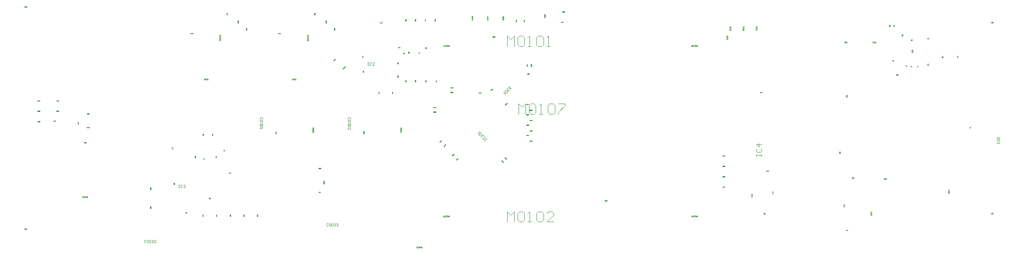
<source format=gbr>
%TF.GenerationSoftware,Altium Limited,Altium Designer,22.4.2 (48)*%
G04 Layer_Color=32768*
%FSLAX26Y26*%
%MOIN*%
%TF.SameCoordinates,8C98EB32-1E12-42CD-A60B-9DA89663A72C*%
%TF.FilePolarity,Positive*%
%TF.FileFunction,Other,Top_Value*%
%TF.Part,Single*%
G01*
G75*
%TA.AperFunction,NonConductor*%
%ADD112C,0.001000*%
D112*
X8907477Y2332677D02*
Y2329397D01*
Y2331037D01*
X8897638D01*
Y2332677D01*
Y2329397D01*
X8905837Y2317918D02*
X8907477Y2319558D01*
Y2322838D01*
X8905837Y2324478D01*
X8899278D01*
X8897638Y2322838D01*
Y2319558D01*
X8899278Y2317918D01*
X8907477Y2308079D02*
Y2314638D01*
X8902558D01*
X8904197Y2311359D01*
Y2309719D01*
X8902558Y2308079D01*
X8899278D01*
X8897638Y2309719D01*
Y2312999D01*
X8899278Y2314638D01*
X9864747Y2867172D02*
X9861467Y2863893D01*
Y2857333D01*
X9864747Y2854053D01*
X9877866D01*
X9881146Y2857333D01*
Y2863893D01*
X9877866Y2867172D01*
X9861467Y2883571D02*
Y2877012D01*
X9864747Y2873732D01*
X9877866D01*
X9881146Y2877012D01*
Y2883571D01*
X9877866Y2886851D01*
X9864747D01*
X9861467Y2883571D01*
X9881146Y2893410D02*
Y2899970D01*
Y2896690D01*
X9861467D01*
X9864747Y2893410D01*
X4933722Y3038062D02*
X4937001Y3041342D01*
Y3047901D01*
X4933722Y3051181D01*
X4920603D01*
X4917323Y3047901D01*
Y3041342D01*
X4920603Y3038062D01*
X4937001Y3021663D02*
Y3028223D01*
X4933722Y3031503D01*
X4920603D01*
X4917323Y3028223D01*
Y3021663D01*
X4920603Y3018383D01*
X4933722D01*
X4937001Y3021663D01*
X4933722Y3011824D02*
X4937001Y3008544D01*
Y3001985D01*
X4933722Y2998705D01*
X4930442D01*
X4927162Y3001985D01*
Y3005264D01*
Y3001985D01*
X4923882Y2998705D01*
X4920603D01*
X4917323Y3001985D01*
Y3008544D01*
X4920603Y3011824D01*
X4933722Y2992145D02*
X4937001Y2988865D01*
Y2982306D01*
X4933722Y2979026D01*
X4920603D01*
X4917323Y2982306D01*
Y2988865D01*
X4920603Y2992145D01*
X4933722D01*
X4917323Y2959348D02*
Y2972467D01*
X4930442Y2959348D01*
X4933722D01*
X4937001Y2962627D01*
Y2969187D01*
X4933722Y2972467D01*
X9210633Y3547244D02*
Y3550524D01*
Y3548884D01*
X9220472D01*
Y3547244D01*
Y3550524D01*
X9212273Y3562003D02*
X9210633Y3560363D01*
Y3557084D01*
X9212273Y3555444D01*
X9218833D01*
X9220472Y3557084D01*
Y3560363D01*
X9218833Y3562003D01*
X9220472Y3565283D02*
Y3568563D01*
Y3566923D01*
X9210633D01*
X9212273Y3565283D01*
X5161417Y3781493D02*
Y3771653D01*
X5167977D01*
X5177816D02*
X5171257D01*
X5177816Y3778213D01*
Y3779853D01*
X5176176Y3781493D01*
X5172896D01*
X5171257Y3779853D01*
X6418384Y3836614D02*
Y3834948D01*
Y3835781D01*
X6413386D01*
Y3836614D01*
Y3834948D01*
X6417551Y3829117D02*
X6418384Y3829950D01*
Y3831616D01*
X6417551Y3832449D01*
X6414219D01*
X6413386Y3831616D01*
Y3829950D01*
X6414219Y3829117D01*
X6413386Y3827450D02*
Y3825784D01*
Y3826617D01*
X6418384D01*
X6417551Y3827450D01*
Y3823285D02*
X6418384Y3822452D01*
Y3820786D01*
X6417551Y3819953D01*
X6414219D01*
X6413386Y3820786D01*
Y3822452D01*
X6414219Y3823285D01*
X6417551D01*
X6413386Y3814954D02*
Y3818287D01*
X6416718Y3814954D01*
X6417551D01*
X6418384Y3815788D01*
Y3817454D01*
X6417551Y3818287D01*
X4731222Y2545278D02*
Y2546944D01*
Y2546111D01*
X4736220D01*
Y2545278D01*
Y2546944D01*
X4732055Y2552775D02*
X4731222Y2551942D01*
Y2550276D01*
X4732055Y2549443D01*
X4735387D01*
X4736220Y2550276D01*
Y2551942D01*
X4735387Y2552775D01*
X4736220Y2554441D02*
Y2556108D01*
Y2555275D01*
X4731222D01*
X4732055Y2554441D01*
Y2558607D02*
X4731222Y2559440D01*
Y2561106D01*
X4732055Y2561939D01*
X4735387D01*
X4736220Y2561106D01*
Y2559440D01*
X4735387Y2558607D01*
X4732055D01*
Y2563605D02*
X4731222Y2564438D01*
Y2566104D01*
X4732055Y2566938D01*
X4732888D01*
X4733721Y2566104D01*
Y2565271D01*
Y2566104D01*
X4734554Y2566938D01*
X4735387D01*
X4736220Y2566104D01*
Y2564438D01*
X4735387Y2563605D01*
X5066929Y3470781D02*
X5073594D01*
X5070261D01*
Y3450787D01*
X5066929D01*
X5073594D01*
X5096919Y3467449D02*
X5093587Y3470781D01*
X5086923D01*
X5083590Y3467449D01*
Y3454120D01*
X5086923Y3450787D01*
X5093587D01*
X5096919Y3454120D01*
X5116913Y3450787D02*
X5103584D01*
X5116913Y3464116D01*
Y3467449D01*
X5113581Y3470781D01*
X5106916D01*
X5103584Y3467449D01*
X8027572Y2755906D02*
Y2769025D01*
Y2762465D01*
X8066929D01*
Y2755906D01*
Y2769025D01*
X8034131Y2814942D02*
X8027572Y2808382D01*
Y2795263D01*
X8034131Y2788703D01*
X8060370D01*
X8066929Y2795263D01*
Y2808382D01*
X8060370Y2814942D01*
X8066929Y2847740D02*
X8027572D01*
X8047251Y2828061D01*
Y2854299D01*
X9496388Y2493441D02*
X9498028Y2495080D01*
Y2498360D01*
X9496388Y2500000D01*
X9489829D01*
X9488189Y2498360D01*
Y2495080D01*
X9489829Y2493441D01*
X9496388Y2490161D02*
X9498028Y2488521D01*
Y2485241D01*
X9496388Y2483601D01*
X9494748D01*
X9493109Y2485241D01*
Y2486881D01*
Y2485241D01*
X9491469Y2483601D01*
X9489829D01*
X9488189Y2485241D01*
Y2488521D01*
X9489829Y2490161D01*
X9498028Y2473762D02*
X9496388Y2477042D01*
X9493109Y2480321D01*
X9489829D01*
X9488189Y2478682D01*
Y2475402D01*
X9489829Y2473762D01*
X9491469D01*
X9493109Y2475402D01*
Y2480321D01*
X6318898Y2874016D02*
Y2869017D01*
X6316398D01*
X6315565Y2869850D01*
Y2871517D01*
X6316398Y2872350D01*
X6318898D01*
X6317231D02*
X6315565Y2874016D01*
X6310567D02*
X6313899D01*
X6310567Y2870683D01*
Y2869850D01*
X6311400Y2869017D01*
X6313066D01*
X6313899Y2869850D01*
X6308901D02*
X6308068Y2869017D01*
X6306402D01*
X6305569Y2869850D01*
Y2873183D01*
X6306402Y2874016D01*
X6308068D01*
X6308901Y2873183D01*
Y2869850D01*
X6303902D02*
X6303069Y2869017D01*
X6301403D01*
X6300570Y2869850D01*
Y2870683D01*
X6301403Y2871517D01*
X6300570Y2872350D01*
Y2873183D01*
X6301403Y2874016D01*
X6303069D01*
X6303902Y2873183D01*
Y2872350D01*
X6303069Y2871517D01*
X6303902Y2870683D01*
Y2869850D01*
X6303069Y2871517D02*
X6301403D01*
X3716535Y3688976D02*
Y3693975D01*
X3719035D01*
X3719868Y3693142D01*
Y3691476D01*
X3719035Y3690642D01*
X3716535D01*
X3718202D02*
X3719868Y3688976D01*
X3724866D02*
X3721534D01*
X3724866Y3692309D01*
Y3693142D01*
X3724033Y3693975D01*
X3722367D01*
X3721534Y3693142D01*
X3726532D02*
X3727365Y3693975D01*
X3729032D01*
X3729865Y3693142D01*
Y3689809D01*
X3729032Y3688976D01*
X3727365D01*
X3726532Y3689809D01*
Y3693142D01*
X3731531Y3689809D02*
X3732364Y3688976D01*
X3734030D01*
X3734863Y3689809D01*
Y3693142D01*
X3734030Y3693975D01*
X3732364D01*
X3731531Y3693142D01*
Y3692309D01*
X3732364Y3691476D01*
X3734863D01*
X4616139Y3681102D02*
Y3677823D01*
Y3679462D01*
X4606299D01*
Y3681102D01*
Y3677823D01*
X4614499Y3666343D02*
X4616139Y3667983D01*
Y3671263D01*
X4614499Y3672903D01*
X4607939D01*
X4606299Y3671263D01*
Y3667983D01*
X4607939Y3666343D01*
X4606299Y3656504D02*
Y3663064D01*
X4612859Y3656504D01*
X4614499D01*
X4616139Y3658144D01*
Y3661424D01*
X4614499Y3663064D01*
Y3653224D02*
X4616139Y3651584D01*
Y3648305D01*
X4614499Y3646665D01*
X4607939D01*
X4606299Y3648305D01*
Y3651584D01*
X4607939Y3653224D01*
X4614499D01*
Y3643385D02*
X4616139Y3641745D01*
Y3638465D01*
X4614499Y3636825D01*
X4612859D01*
X4611219Y3638465D01*
Y3640105D01*
Y3638465D01*
X4609579Y3636825D01*
X4607939D01*
X4606299Y3638465D01*
Y3641745D01*
X4607939Y3643385D01*
X5961194Y2874812D02*
X5956556Y2879450D01*
X5958875Y2877131D01*
X5972790Y2891046D01*
X5975109Y2888727D01*
X5970471Y2893365D01*
X5942641Y2898003D02*
X5942641Y2893365D01*
X5947279Y2888727D01*
X5951917Y2888727D01*
X5961194Y2898003D01*
Y2902641D01*
X5956556Y2907280D01*
X5951917D01*
X5940322Y2923514D02*
X5949598Y2914237D01*
X5931045D01*
X5928726Y2911918D01*
Y2907280D01*
X5933364Y2902641D01*
X5938002D01*
X5924088Y2916556D02*
X5919449Y2916556D01*
X5914811Y2921195D01*
X5914811Y2925833D01*
X5924088Y2935110D01*
X5928726D01*
X5933364Y2930471D01*
Y2925833D01*
X5924088Y2916556D01*
X5921769Y2942067D02*
X5917130Y2946705D01*
X5919449Y2944386D01*
X5905534Y2930471D01*
X5910173Y2930471D01*
X8940945Y3620082D02*
X8934385D01*
X8937665D01*
Y3629921D01*
X8931105D02*
Y3620082D01*
X8926186D01*
X8924546Y3621722D01*
Y3625002D01*
X8926186Y3626642D01*
X8931105D01*
X8927826D02*
X8924546Y3629921D01*
X8914707D02*
X8921266D01*
X8914707Y3623362D01*
Y3621722D01*
X8916346Y3620082D01*
X8919626D01*
X8921266Y3621722D01*
X5473755Y2058730D02*
X5475395Y2057090D01*
X5478675D01*
X5480315Y2058730D01*
Y2060370D01*
X5478675Y2062009D01*
X5475395D01*
X5473755Y2063649D01*
Y2065289D01*
X5475395Y2066929D01*
X5478675D01*
X5480315Y2065289D01*
X5470476Y2057090D02*
Y2066929D01*
X5467196Y2063649D01*
X5463916Y2066929D01*
Y2057090D01*
X5460636Y2066929D02*
X5457356D01*
X5458996D01*
Y2057090D01*
X5460636Y2058730D01*
X5452437D02*
X5450797Y2057090D01*
X5447517D01*
X5445877Y2058730D01*
Y2065289D01*
X5447517Y2066929D01*
X5450797D01*
X5452437Y2065289D01*
Y2058730D01*
X5442598Y2066929D02*
X5439318D01*
X5440958D01*
Y2057090D01*
X5442598Y2058730D01*
X7769685Y2524683D02*
Y2519685D01*
X7772184D01*
X7773017Y2520518D01*
Y2523850D01*
X7772184Y2524683D01*
X7769685D01*
X7778016Y2519685D02*
X7774683D01*
X7778016Y2523017D01*
Y2523850D01*
X7777183Y2524683D01*
X7775516D01*
X7774683Y2523850D01*
X7779682D02*
X7780515Y2524683D01*
X7782181D01*
X7783014Y2523850D01*
Y2520518D01*
X7782181Y2519685D01*
X7780515D01*
X7779682Y2520518D01*
Y2523850D01*
X7787179Y2519685D02*
Y2524683D01*
X7784680Y2522184D01*
X7788012D01*
X9814961Y3781493D02*
Y3771654D01*
Y3776573D01*
X9821520D01*
Y3781493D01*
Y3771654D01*
X9831359Y3781493D02*
X9824800D01*
Y3776573D01*
X9828080Y3778213D01*
X9829720D01*
X9831359Y3776573D01*
Y3773294D01*
X9829720Y3771654D01*
X9826440D01*
X9824800Y3773294D01*
X4765088Y2240808D02*
X4761808Y2244088D01*
X4755248D01*
X4751968Y2240808D01*
Y2227689D01*
X4755248Y2224410D01*
X4761808D01*
X4765088Y2227689D01*
X4781486Y2244088D02*
X4774927D01*
X4771647Y2240808D01*
Y2227689D01*
X4774927Y2224410D01*
X4781486D01*
X4784766Y2227689D01*
Y2240808D01*
X4781486Y2244088D01*
X4791326Y2224410D02*
X4797885D01*
X4794605D01*
Y2244088D01*
X4791326Y2240808D01*
X4807725D02*
X4811004Y2244088D01*
X4817564D01*
X4820844Y2240808D01*
Y2227689D01*
X4817564Y2224410D01*
X4811004D01*
X4807725Y2227689D01*
Y2240808D01*
X4827403D02*
X4830683Y2244088D01*
X4837243D01*
X4840522Y2240808D01*
Y2237529D01*
X4837243Y2234249D01*
X4833963D01*
X4837243D01*
X4840522Y2230969D01*
Y2227689D01*
X4837243Y2224410D01*
X4830683D01*
X4827403Y2227689D01*
X5688976Y3602362D02*
Y3592523D01*
X5685697Y3595803D01*
X5682417Y3592523D01*
Y3602362D01*
X5674217Y3592523D02*
X5677497D01*
X5679137Y3594163D01*
Y3600722D01*
X5677497Y3602362D01*
X5674217D01*
X5672578Y3600722D01*
Y3594163D01*
X5674217Y3592523D01*
X5669298Y3602362D02*
X5666018D01*
X5667658D01*
Y3592523D01*
X5669298Y3594163D01*
X5661098D02*
X5659458Y3592523D01*
X5656179D01*
X5654539Y3594163D01*
Y3600722D01*
X5656179Y3602362D01*
X5659458D01*
X5661098Y3600722D01*
Y3594163D01*
X5646339Y3602362D02*
Y3592523D01*
X5651259Y3597443D01*
X5644699D01*
X6129921Y2255905D02*
Y2334620D01*
X6156159Y2308382D01*
X6182398Y2334620D01*
Y2255905D01*
X6247993Y2334620D02*
X6221755D01*
X6208636Y2321501D01*
Y2269025D01*
X6221755Y2255905D01*
X6247993D01*
X6261113Y2269025D01*
Y2321501D01*
X6247993Y2334620D01*
X6287351Y2255905D02*
X6313589D01*
X6300470D01*
Y2334620D01*
X6287351Y2321501D01*
X6352946D02*
X6366065Y2334620D01*
X6392304D01*
X6405423Y2321501D01*
Y2269025D01*
X6392304Y2255905D01*
X6366065D01*
X6352946Y2269025D01*
Y2321501D01*
X6484138Y2255905D02*
X6431661D01*
X6484138Y2308382D01*
Y2321501D01*
X6471019Y2334620D01*
X6444780D01*
X6431661Y2321501D01*
X6129921Y3594488D02*
Y3673203D01*
X6156159Y3646965D01*
X6182398Y3673203D01*
Y3594488D01*
X6247993Y3673203D02*
X6221755D01*
X6208636Y3660084D01*
Y3607607D01*
X6221755Y3594488D01*
X6247993D01*
X6261113Y3607607D01*
Y3660084D01*
X6247993Y3673203D01*
X6287351Y3594488D02*
X6313589D01*
X6300470D01*
Y3673203D01*
X6287351Y3660084D01*
X6352946D02*
X6366065Y3673203D01*
X6392304D01*
X6405423Y3660084D01*
Y3607607D01*
X6392304Y3594488D01*
X6366065D01*
X6352946Y3607607D01*
Y3660084D01*
X6431661Y3594488D02*
X6457899D01*
X6444780D01*
Y3673203D01*
X6431661Y3660084D01*
X3845146Y3339897D02*
X3846458Y3338585D01*
X3849082D01*
X3850394Y3339897D01*
Y3345145D01*
X3849082Y3346457D01*
X3846458D01*
X3845146Y3345145D01*
X3837275Y3346457D02*
X3842522D01*
X3837275Y3341209D01*
Y3339897D01*
X3838586Y3338585D01*
X3841210D01*
X3842522Y3339897D01*
X3829403Y3338585D02*
X3832027Y3339897D01*
X3834651Y3342521D01*
Y3345145D01*
X3833339Y3346457D01*
X3830715D01*
X3829403Y3345145D01*
Y3343833D01*
X3830715Y3342521D01*
X3834651D01*
X3826779Y3339897D02*
X3825467Y3338585D01*
X3822843D01*
X3821532Y3339897D01*
Y3345145D01*
X3822843Y3346457D01*
X3825467D01*
X3826779Y3345145D01*
Y3339897D01*
X8665583Y2787022D02*
X8666416Y2787855D01*
Y2789521D01*
X8665583Y2790354D01*
X8662250D01*
X8661417Y2789521D01*
Y2787855D01*
X8662250Y2787022D01*
X8661417Y2782857D02*
X8666416D01*
X8663916Y2785356D01*
Y2782024D01*
X8666416Y2777025D02*
Y2780358D01*
X8663916D01*
X8664750Y2778691D01*
Y2777858D01*
X8663916Y2777025D01*
X8662250D01*
X8661417Y2777858D01*
Y2779524D01*
X8662250Y2780358D01*
X8145672Y2470472D02*
X8155512D01*
Y2477032D01*
Y2485231D02*
X8145672D01*
X8150592Y2480312D01*
Y2486871D01*
X2900260Y2449144D02*
X2898620Y2450784D01*
X2895341D01*
X2893701Y2449144D01*
Y2442585D01*
X2895341Y2440945D01*
X2898620D01*
X2900260Y2442585D01*
X2908460Y2450784D02*
X2905180D01*
X2903540Y2449144D01*
Y2442585D01*
X2905180Y2440945D01*
X2908460D01*
X2910100Y2442585D01*
Y2449144D01*
X2908460Y2450784D01*
X2913379Y2440945D02*
X2916659D01*
X2915019D01*
Y2450784D01*
X2913379Y2449144D01*
X2921579D02*
X2923219Y2450784D01*
X2926499D01*
X2928138Y2449144D01*
Y2442585D01*
X2926499Y2440945D01*
X2923219D01*
X2921579Y2442585D01*
Y2449144D01*
X2931418Y2440945D02*
X2934698D01*
X2933058D01*
Y2450784D01*
X2931418Y2449144D01*
X6159468Y3275002D02*
X6136277Y3279640D01*
X6150192Y3265725D02*
X6145553Y3288916D01*
X6122362Y3265725D02*
X6131638Y3275002D01*
Y3256448D01*
X6133958Y3254129D01*
X6138596D01*
X6143234Y3258768D01*
X6143234Y3263406D01*
X6129319Y3249491D02*
Y3244853D01*
X6124681Y3240214D01*
X6120043D01*
X6110766Y3249491D01*
Y3254129D01*
X6115404Y3258768D01*
X6120043D01*
X6129319Y3249491D01*
X6103809Y3247172D02*
X6099170Y3242534D01*
X6101489Y3244853D01*
X6115404Y3230938D01*
X6115404Y3235576D01*
X8034249Y3743441D02*
Y3746720D01*
Y3745080D01*
X8026049D01*
X8024409Y3746720D01*
Y3748360D01*
X8026049Y3750000D01*
X8024409Y3740161D02*
Y3736881D01*
Y3738521D01*
X8034249D01*
X8032609Y3740161D01*
Y3731961D02*
X8034249Y3730321D01*
Y3727042D01*
X8032609Y3725402D01*
X8026049D01*
X8024409Y3727042D01*
Y3730321D01*
X8026049Y3731961D01*
X8032609D01*
X8024409Y3717202D02*
X8034249D01*
X8029329Y3722122D01*
Y3715562D01*
X3378983Y2113600D02*
X3375704Y2116879D01*
X3369144D01*
X3365864Y2113600D01*
Y2100481D01*
X3369144Y2097201D01*
X3375704D01*
X3378983Y2100481D01*
X3395382Y2116879D02*
X3388823D01*
X3385543Y2113600D01*
Y2100481D01*
X3388823Y2097201D01*
X3395382D01*
X3398662Y2100481D01*
Y2113600D01*
X3395382Y2116879D01*
X3405222Y2097201D02*
X3411781D01*
X3408501D01*
Y2116879D01*
X3405222Y2113600D01*
X3421620D02*
X3424900Y2116879D01*
X3431460D01*
X3434740Y2113600D01*
Y2100481D01*
X3431460Y2097201D01*
X3424900D01*
X3421620Y2100481D01*
Y2113600D01*
X3454418Y2097201D02*
X3441299D01*
X3454418Y2110320D01*
Y2113600D01*
X3451138Y2116879D01*
X3444579D01*
X3441299Y2113600D01*
X7578740Y2303150D02*
Y2293310D01*
X7575460Y2296590D01*
X7572181Y2293310D01*
Y2303150D01*
X7563981Y2293310D02*
X7567261D01*
X7568901Y2294950D01*
Y2301510D01*
X7567261Y2303150D01*
X7563981D01*
X7562341Y2301510D01*
Y2294950D01*
X7563981Y2293310D01*
X7559061Y2303150D02*
X7555782D01*
X7557422D01*
Y2293310D01*
X7559061Y2294950D01*
X7550862D02*
X7549222Y2293310D01*
X7545942D01*
X7544303Y2294950D01*
Y2301510D01*
X7545942Y2303150D01*
X7549222D01*
X7550862Y2301510D01*
Y2294950D01*
X7534463Y2293310D02*
X7537743Y2294950D01*
X7541023Y2298230D01*
Y2301510D01*
X7539383Y2303150D01*
X7536103D01*
X7534463Y2301510D01*
Y2299870D01*
X7536103Y2298230D01*
X7541023D01*
X7578740Y3602362D02*
Y3592523D01*
X7575460Y3595803D01*
X7572181Y3592523D01*
Y3602362D01*
X7563981Y3592523D02*
X7567261D01*
X7568901Y3594163D01*
Y3600722D01*
X7567261Y3602362D01*
X7563981D01*
X7562341Y3600722D01*
Y3594163D01*
X7563981Y3592523D01*
X7559061Y3602362D02*
X7555782D01*
X7557422D01*
Y3592523D01*
X7559061Y3594163D01*
X7550862D02*
X7549222Y3592523D01*
X7545942D01*
X7544303Y3594163D01*
Y3600722D01*
X7545942Y3602362D01*
X7549222D01*
X7550862Y3600722D01*
Y3594163D01*
X7534463Y3592523D02*
X7541023D01*
Y3597443D01*
X7537743Y3595803D01*
X7536103D01*
X7534463Y3597443D01*
Y3600722D01*
X7536103Y3602362D01*
X7539383D01*
X7541023Y3600722D01*
X6216535Y3078740D02*
Y3157455D01*
X6242774Y3131217D01*
X6269012Y3157455D01*
Y3078740D01*
X6334608Y3157455D02*
X6308369D01*
X6295250Y3144336D01*
Y3091859D01*
X6308369Y3078740D01*
X6334608D01*
X6347727Y3091859D01*
Y3144336D01*
X6334608Y3157455D01*
X6373965Y3078740D02*
X6400203D01*
X6387084D01*
Y3157455D01*
X6373965Y3144336D01*
X6439561D02*
X6452680Y3157455D01*
X6478918D01*
X6492037Y3144336D01*
Y3091859D01*
X6478918Y3078740D01*
X6452680D01*
X6439561Y3091859D01*
Y3144336D01*
X6518275Y3157455D02*
X6570752D01*
Y3144336D01*
X6518275Y3091859D01*
Y3078740D01*
X5688976Y2303150D02*
Y2293310D01*
X5685697Y2296590D01*
X5682417Y2293310D01*
Y2303150D01*
X5674217Y2293310D02*
X5677497D01*
X5679137Y2294950D01*
Y2301510D01*
X5677497Y2303150D01*
X5674217D01*
X5672578Y2301510D01*
Y2294950D01*
X5674217Y2293310D01*
X5669298Y2303150D02*
X5666018D01*
X5667658D01*
Y2293310D01*
X5669298Y2294950D01*
X5661098D02*
X5659458Y2293310D01*
X5656179D01*
X5654539Y2294950D01*
Y2301510D01*
X5656179Y2303150D01*
X5659458D01*
X5661098Y2301510D01*
Y2294950D01*
X5651259D02*
X5649619Y2293310D01*
X5646339D01*
X5644699Y2294950D01*
Y2296590D01*
X5646339Y2298230D01*
X5647979D01*
X5646339D01*
X5644699Y2299870D01*
Y2301510D01*
X5646339Y2303150D01*
X5649619D01*
X5651259Y2301510D01*
X8082677Y2324800D02*
Y2314961D01*
Y2319880D01*
X8089237D01*
Y2324800D01*
Y2314961D01*
X8092516D02*
X8095796D01*
X8094156D01*
Y2324800D01*
X8092516Y2323160D01*
X2452756Y2206690D02*
Y2196850D01*
Y2201770D01*
X2459315D01*
Y2206690D01*
Y2196850D01*
X2469155D02*
X2462595D01*
X2469155Y2203410D01*
Y2205050D01*
X2467515Y2206690D01*
X2464235D01*
X2462595Y2205050D01*
X2452756Y3899603D02*
Y3889764D01*
Y3894684D01*
X2459315D01*
Y3899603D01*
Y3889764D01*
X2462595Y3897963D02*
X2464235Y3899603D01*
X2467515D01*
X2469155Y3897963D01*
Y3896323D01*
X2467515Y3894684D01*
X2465875D01*
X2467515D01*
X2469155Y3893044D01*
Y3891404D01*
X2467515Y3889764D01*
X2464235D01*
X2462595Y3891404D01*
X9814961Y2324800D02*
Y2314961D01*
Y2319880D01*
X9821520D01*
Y2324800D01*
Y2314961D01*
X9829720D02*
Y2324800D01*
X9824800Y2319880D01*
X9831359D01*
X6098016Y2711054D02*
Y2709876D01*
X6099194Y2708698D01*
X6100372D01*
X6102728Y2711054D01*
Y2712232D01*
X6101550Y2713410D01*
X6100372D01*
X6097427Y2717534D02*
X6099783Y2715178D01*
X6095070D01*
X6094481Y2714589D01*
Y2713410D01*
X6095659Y2712232D01*
X6096838D01*
X6093892Y2721068D02*
X6096249Y2718712D01*
X6091536D01*
X6090947Y2718123D01*
Y2716945D01*
X6092125Y2715767D01*
X6093303D01*
X6089769Y2719301D02*
X6088591D01*
X6087413Y2720479D01*
Y2721657D01*
X6088002Y2722246D01*
X6089180D01*
Y2723425D01*
X6089769Y2724014D01*
X6090947D01*
X6092125Y2722836D01*
Y2721657D01*
X6091536Y2721068D01*
X6090358D01*
Y2719890D01*
X6089769Y2719301D01*
X6090358Y2721068D02*
X6089180Y2722246D01*
X9014437Y2582023D02*
X9015749Y2580711D01*
X9018373D01*
X9019685Y2582023D01*
Y2587271D01*
X9018373Y2588583D01*
X9015749D01*
X9014437Y2587271D01*
X9011814Y2582023D02*
X9010502Y2580711D01*
X9007878D01*
X9006566Y2582023D01*
Y2583335D01*
X9007878Y2584647D01*
X9009190D01*
X9007878D01*
X9006566Y2585959D01*
Y2587271D01*
X9007878Y2588583D01*
X9010502D01*
X9011814Y2587271D01*
X9003942Y2580711D02*
X8998694D01*
Y2582023D01*
X9003942Y2587271D01*
Y2588583D01*
X8690948Y2372047D02*
X8700787D01*
Y2378607D01*
X8692588Y2381887D02*
X8690948Y2383526D01*
Y2386806D01*
X8692588Y2388446D01*
X8694228D01*
X8695868Y2386806D01*
Y2385166D01*
Y2386806D01*
X8697508Y2388446D01*
X8699147D01*
X8700787Y2386806D01*
Y2383526D01*
X8699147Y2381887D01*
X3594716Y2548833D02*
X3595550Y2549666D01*
Y2551332D01*
X3594716Y2552165D01*
X3591384D01*
X3590551Y2551332D01*
Y2549666D01*
X3591384Y2548833D01*
X3590551Y2547167D02*
Y2545501D01*
Y2546334D01*
X3595550D01*
X3594716Y2547167D01*
Y2543002D02*
X3595550Y2542169D01*
Y2540502D01*
X3594716Y2539669D01*
X3591384D01*
X3590551Y2540502D01*
Y2542169D01*
X3591384Y2543002D01*
X3594716D01*
X3815189Y2922849D02*
X3816022Y2923682D01*
Y2925348D01*
X3815189Y2926181D01*
X3811857D01*
X3811024Y2925348D01*
Y2923682D01*
X3811857Y2922849D01*
X3811024Y2921183D02*
Y2919517D01*
Y2920350D01*
X3816022D01*
X3815189Y2921183D01*
X3811024Y2917017D02*
Y2915351D01*
Y2916184D01*
X3816022D01*
X3815189Y2917017D01*
X3886055Y2922849D02*
X3886888Y2923682D01*
Y2925348D01*
X3886055Y2926181D01*
X3882723D01*
X3881890Y2925348D01*
Y2923682D01*
X3882723Y2922849D01*
X3881890Y2921183D02*
Y2919517D01*
Y2920350D01*
X3886888D01*
X3886055Y2921183D01*
X3881890Y2913685D02*
Y2917017D01*
X3885222Y2913685D01*
X3886055D01*
X3886888Y2914518D01*
Y2916184D01*
X3886055Y2917017D01*
X4228660Y2306598D02*
X4229493Y2307431D01*
Y2309097D01*
X4228660Y2309930D01*
X4225328D01*
X4224495Y2309097D01*
Y2307431D01*
X4225328Y2306598D01*
X4224495Y2301599D02*
Y2304932D01*
X4227827Y2301599D01*
X4228660D01*
X4229493Y2302432D01*
Y2304098D01*
X4228660Y2304932D01*
X4229493Y2296601D02*
Y2299933D01*
X4226994D01*
X4227827Y2298267D01*
Y2297434D01*
X4226994Y2296601D01*
X4225328D01*
X4224495Y2297434D01*
Y2299100D01*
X4225328Y2299933D01*
X4125309Y2306598D02*
X4126142Y2307431D01*
Y2309097D01*
X4125309Y2309930D01*
X4121976D01*
X4121143Y2309097D01*
Y2307431D01*
X4121976Y2306598D01*
X4121143Y2301599D02*
Y2304932D01*
X4124476Y2301599D01*
X4125309D01*
X4126142Y2302432D01*
Y2304098D01*
X4125309Y2304932D01*
X4126142Y2296601D02*
X4125309Y2298267D01*
X4123643Y2299933D01*
X4121976D01*
X4121143Y2299100D01*
Y2297434D01*
X4121976Y2296601D01*
X4122810D01*
X4123643Y2297434D01*
Y2299933D01*
X4020973Y2306598D02*
X4021806Y2307431D01*
Y2309097D01*
X4020973Y2309930D01*
X4017641D01*
X4016808Y2309097D01*
Y2307431D01*
X4017641Y2306598D01*
X4016808Y2301599D02*
Y2304932D01*
X4020140Y2301599D01*
X4020973D01*
X4021806Y2302432D01*
Y2304098D01*
X4020973Y2304932D01*
X4021806Y2299933D02*
Y2296601D01*
X4020973D01*
X4017641Y2299933D01*
X4016808D01*
X3916637Y2306598D02*
X3917470Y2307431D01*
Y2309097D01*
X3916637Y2309930D01*
X3913305D01*
X3912472Y2309097D01*
Y2307431D01*
X3913305Y2306598D01*
X3912472Y2301599D02*
Y2304932D01*
X3915804Y2301599D01*
X3916637D01*
X3917470Y2302432D01*
Y2304098D01*
X3916637Y2304932D01*
Y2299933D02*
X3917470Y2299100D01*
Y2297434D01*
X3916637Y2296601D01*
X3915804D01*
X3914971Y2297434D01*
X3914138Y2296601D01*
X3913305D01*
X3912472Y2297434D01*
Y2299100D01*
X3913305Y2299933D01*
X3914138D01*
X3914971Y2299100D01*
X3915804Y2299933D01*
X3916637D01*
X3914971Y2299100D02*
Y2297434D01*
X3813286Y2306598D02*
X3814119Y2307431D01*
Y2309097D01*
X3813286Y2309930D01*
X3809953D01*
X3809120Y2309097D01*
Y2307431D01*
X3809953Y2306598D01*
X3809120Y2301599D02*
Y2304932D01*
X3812453Y2301599D01*
X3813286D01*
X3814119Y2302432D01*
Y2304098D01*
X3813286Y2304932D01*
X3809953Y2299933D02*
X3809120Y2299100D01*
Y2297434D01*
X3809953Y2296601D01*
X3813286D01*
X3814119Y2297434D01*
Y2299100D01*
X3813286Y2299933D01*
X3812453D01*
X3811619Y2299100D01*
Y2296601D01*
X3687503Y2323530D02*
X3688336Y2322697D01*
X3690002D01*
X3690835Y2323530D01*
Y2326863D01*
X3690002Y2327696D01*
X3688336D01*
X3687503Y2326863D01*
X3685837Y2323530D02*
X3685004Y2322697D01*
X3683338D01*
X3682505Y2323530D01*
Y2324363D01*
X3683338Y2325197D01*
X3684171D01*
X3683338D01*
X3682505Y2326030D01*
Y2326863D01*
X3683338Y2327696D01*
X3685004D01*
X3685837Y2326863D01*
X3680839Y2323530D02*
X3680006Y2322697D01*
X3678339D01*
X3677506Y2323530D01*
Y2326863D01*
X3678339Y2327696D01*
X3680006D01*
X3680839Y2326863D01*
Y2323530D01*
X3861976Y2433450D02*
X3861143Y2432617D01*
Y2430951D01*
X3861976Y2430118D01*
X3865309D01*
X3866142Y2430951D01*
Y2432617D01*
X3865309Y2433450D01*
X3861976Y2435117D02*
X3861143Y2435950D01*
Y2437616D01*
X3861976Y2438449D01*
X3862809D01*
X3863642Y2437616D01*
Y2436783D01*
Y2437616D01*
X3864476Y2438449D01*
X3865309D01*
X3866142Y2437616D01*
Y2435950D01*
X3865309Y2435117D01*
X3866142Y2440115D02*
Y2441781D01*
Y2440948D01*
X3861143D01*
X3861976Y2440115D01*
X3751740Y2748411D02*
X3750907Y2747578D01*
Y2745912D01*
X3751740Y2745079D01*
X3755072D01*
X3755905Y2745912D01*
Y2747578D01*
X3755072Y2748411D01*
X3751740Y2750077D02*
X3750907Y2750910D01*
Y2752576D01*
X3751740Y2753410D01*
X3752573D01*
X3753406Y2752576D01*
Y2751743D01*
Y2752576D01*
X3754239Y2753410D01*
X3755072D01*
X3755905Y2752576D01*
Y2750910D01*
X3755072Y2750077D01*
X3755905Y2757575D02*
X3750907D01*
X3753406Y2755076D01*
Y2758408D01*
X3909220Y2748411D02*
X3908387Y2747578D01*
Y2745912D01*
X3909220Y2745079D01*
X3912553D01*
X3913386Y2745912D01*
Y2747578D01*
X3912553Y2748411D01*
X3909220Y2750077D02*
X3908387Y2750910D01*
Y2752576D01*
X3909220Y2753410D01*
X3910053D01*
X3910887Y2752576D01*
Y2751743D01*
Y2752576D01*
X3911720Y2753410D01*
X3912553D01*
X3913386Y2752576D01*
Y2750910D01*
X3912553Y2750077D01*
X3908387Y2758408D02*
Y2755076D01*
X3910887D01*
X3910053Y2756742D01*
Y2757575D01*
X3910887Y2758408D01*
X3912553D01*
X3913386Y2757575D01*
Y2755909D01*
X3912553Y2755076D01*
X7991472Y2452098D02*
X7990160Y2450786D01*
Y2448162D01*
X7991472Y2446850D01*
X7996720D01*
X7998032Y2448162D01*
Y2450786D01*
X7996720Y2452098D01*
X7998032Y2458658D02*
X7990160D01*
X7994096Y2454722D01*
Y2459970D01*
X7991472Y2462593D02*
X7990160Y2463905D01*
Y2466529D01*
X7991472Y2467841D01*
X7996720D01*
X7998032Y2466529D01*
Y2463905D01*
X7996720Y2462593D01*
X7991472D01*
X8114831Y2641078D02*
X8116143Y2639766D01*
X8118767D01*
X8120079Y2641078D01*
Y2646326D01*
X8118767Y2647638D01*
X8116143D01*
X8114831Y2646326D01*
X8108272Y2647638D02*
Y2639766D01*
X8112207Y2643702D01*
X8106960D01*
X8104336Y2647638D02*
X8101712D01*
X8103024D01*
Y2639766D01*
X8104336Y2641078D01*
X8058450Y3244323D02*
X8057617Y3245156D01*
X8055951D01*
X8055118Y3244323D01*
Y3240991D01*
X8055951Y3240157D01*
X8057617D01*
X8058450Y3240991D01*
X8062616Y3240157D02*
Y3245156D01*
X8060117Y3242657D01*
X8063449D01*
X8068447Y3240157D02*
X8065115D01*
X8068447Y3243490D01*
Y3244323D01*
X8067614Y3245156D01*
X8065948D01*
X8065115Y3244323D01*
X3625984Y2538694D02*
X3632649D01*
X3629317D01*
Y2518701D01*
X3625984D01*
X3632649D01*
X3655975Y2535362D02*
X3652642Y2538694D01*
X3645978D01*
X3642646Y2535362D01*
Y2522033D01*
X3645978Y2518701D01*
X3652642D01*
X3655975Y2522033D01*
X3662639Y2535362D02*
X3665971Y2538694D01*
X3672636D01*
X3675968Y2535362D01*
Y2532030D01*
X3672636Y2528698D01*
X3669304D01*
X3672636D01*
X3675968Y2525365D01*
Y2522033D01*
X3672636Y2518701D01*
X3665971D01*
X3662639Y2522033D01*
X3572838Y2812008D02*
X3582677D01*
Y2818567D01*
Y2821847D02*
Y2825127D01*
Y2823487D01*
X3572838D01*
X3574478Y2821847D01*
X3976378Y2796260D02*
X3971380D01*
Y2798759D01*
X3972213Y2799592D01*
X3973879D01*
X3974712Y2798759D01*
Y2796260D01*
Y2797926D02*
X3976378Y2799592D01*
X3971380Y2801258D02*
Y2804591D01*
X3972213D01*
X3975545Y2801258D01*
X3976378D01*
X3814961Y2733268D02*
Y2738266D01*
X3817460D01*
X3818293Y2737433D01*
Y2735767D01*
X3817460Y2734934D01*
X3814961D01*
X3816627D02*
X3818293Y2733268D01*
X3819959Y2734101D02*
X3820792Y2733268D01*
X3822458D01*
X3823291Y2734101D01*
Y2737433D01*
X3822458Y2738266D01*
X3820792D01*
X3819959Y2737433D01*
Y2736600D01*
X3820792Y2735767D01*
X3823291D01*
X4023622Y2630905D02*
Y2625907D01*
X4021123D01*
X4020290Y2626740D01*
Y2628406D01*
X4021123Y2629239D01*
X4023622D01*
X4021956D02*
X4020290Y2630905D01*
X4018624D02*
X4016957D01*
X4017791D01*
Y2625907D01*
X4018624Y2626740D01*
X4014458D02*
X4013625Y2625907D01*
X4011959D01*
X4011126Y2626740D01*
Y2630072D01*
X4011959Y2630905D01*
X4013625D01*
X4014458Y2630072D01*
Y2626740D01*
X8721077Y2190717D02*
X8721910Y2189883D01*
X8723576D01*
X8724409Y2190717D01*
Y2194049D01*
X8723576Y2194882D01*
X8721910D01*
X8721077Y2194049D01*
X8719411Y2190717D02*
X8718578Y2189883D01*
X8716912D01*
X8716079Y2190717D01*
Y2191550D01*
X8716912Y2192383D01*
X8717745D01*
X8716912D01*
X8716079Y2193216D01*
Y2194049D01*
X8716912Y2194882D01*
X8718578D01*
X8719411Y2194049D01*
X8714413Y2190717D02*
X8713579Y2189883D01*
X8711913D01*
X8711080Y2190717D01*
Y2191550D01*
X8711913Y2192383D01*
X8711080Y2193216D01*
Y2194049D01*
X8711913Y2194882D01*
X8713579D01*
X8714413Y2194049D01*
Y2193216D01*
X8713579Y2192383D01*
X8714413Y2191550D01*
Y2190717D01*
X8713579Y2192383D02*
X8711913D01*
X8759238Y2592748D02*
X8758405Y2593581D01*
X8756739D01*
X8755906Y2592748D01*
Y2589416D01*
X8756739Y2588583D01*
X8758405D01*
X8759238Y2589416D01*
X8760904Y2592748D02*
X8761737Y2593581D01*
X8763403D01*
X8764236Y2592748D01*
Y2591915D01*
X8763403Y2591082D01*
X8762570D01*
X8763403D01*
X8764236Y2590249D01*
Y2589416D01*
X8763403Y2588583D01*
X8761737D01*
X8760904Y2589416D01*
X8765902D02*
X8766735Y2588583D01*
X8768401D01*
X8769235Y2589416D01*
Y2592748D01*
X8768401Y2593581D01*
X8766735D01*
X8765902Y2592748D01*
Y2591915D01*
X8766735Y2591082D01*
X8769235D01*
X9335956Y3656166D02*
X9334644Y3657478D01*
X9332021D01*
X9330709Y3656166D01*
Y3650918D01*
X9332021Y3649606D01*
X9334644D01*
X9335956Y3650918D01*
X9338580Y3649606D02*
X9341204D01*
X9339892D01*
Y3657478D01*
X9338580Y3656166D01*
X9135173Y3678476D02*
X9133861Y3677164D01*
Y3674540D01*
X9135173Y3673228D01*
X9140420D01*
X9141732Y3674540D01*
Y3677164D01*
X9140420Y3678476D01*
X9141732Y3686347D02*
Y3681100D01*
X9136485Y3686347D01*
X9135173D01*
X9133861Y3685036D01*
Y3682412D01*
X9135173Y3681100D01*
X9337268Y3455382D02*
X9338580Y3456694D01*
Y3459318D01*
X9337268Y3460630D01*
X9332021D01*
X9330709Y3459318D01*
Y3456694D01*
X9332021Y3455382D01*
X9337268Y3452758D02*
X9338580Y3451447D01*
Y3448823D01*
X9337268Y3447511D01*
X9335956D01*
X9334644Y3448823D01*
Y3450135D01*
Y3448823D01*
X9333332Y3447511D01*
X9332021D01*
X9330709Y3448823D01*
Y3451447D01*
X9332021Y3452758D01*
X9561677Y3514438D02*
X9562989Y3515749D01*
Y3518373D01*
X9561677Y3519685D01*
X9556430D01*
X9555118Y3518373D01*
Y3515749D01*
X9556430Y3514438D01*
X9555118Y3507878D02*
X9562989D01*
X9559054Y3511814D01*
Y3506566D01*
X9447504Y3514438D02*
X9448816Y3515749D01*
Y3518373D01*
X9447504Y3519685D01*
X9442257D01*
X9440945Y3518373D01*
Y3515749D01*
X9442257Y3514438D01*
X9448816Y3506566D02*
Y3511814D01*
X9444880D01*
X9446192Y3509190D01*
Y3507878D01*
X9444880Y3506566D01*
X9442257D01*
X9440945Y3507878D01*
Y3510502D01*
X9442257Y3511814D01*
X9256134Y3441550D02*
X9256967Y3442383D01*
Y3444049D01*
X9256134Y3444882D01*
X9252801D01*
X9251968Y3444049D01*
Y3442383D01*
X9252801Y3441550D01*
X9256967Y3436551D02*
X9256134Y3438217D01*
X9254468Y3439883D01*
X9252801D01*
X9251968Y3439050D01*
Y3437384D01*
X9252801Y3436551D01*
X9253635D01*
X9254468Y3437384D01*
Y3439883D01*
X9208890Y3441550D02*
X9209723Y3442383D01*
Y3444049D01*
X9208890Y3444882D01*
X9205557D01*
X9204724Y3444049D01*
Y3442383D01*
X9205557Y3441550D01*
X9209723Y3439883D02*
Y3436551D01*
X9208890D01*
X9205557Y3439883D01*
X9204724D01*
X9169520Y3445487D02*
X9170353Y3446320D01*
Y3447986D01*
X9169520Y3448819D01*
X9166187D01*
X9165354Y3447986D01*
Y3446320D01*
X9166187Y3445487D01*
X9169520Y3443820D02*
X9170353Y3442987D01*
Y3441321D01*
X9169520Y3440488D01*
X9168687D01*
X9167853Y3441321D01*
X9167020Y3440488D01*
X9166187D01*
X9165354Y3441321D01*
Y3442987D01*
X9166187Y3443820D01*
X9167020D01*
X9167853Y3442987D01*
X9168687Y3443820D01*
X9169520D01*
X9167853Y3442987D02*
Y3441321D01*
X5035661Y3402179D02*
X5036494Y3403012D01*
Y3404679D01*
X5035661Y3405512D01*
X5032329D01*
X5031496Y3404679D01*
Y3403012D01*
X5032329Y3402179D01*
Y3400513D02*
X5031496Y3399680D01*
Y3398014D01*
X5032329Y3397181D01*
X5035661D01*
X5036494Y3398014D01*
Y3399680D01*
X5035661Y3400513D01*
X5034828D01*
X5033995Y3399680D01*
Y3397181D01*
X5354102Y3790734D02*
X5353269Y3789901D01*
Y3788235D01*
X5354102Y3787402D01*
X5357435D01*
X5358268Y3788235D01*
Y3789901D01*
X5357435Y3790734D01*
X5358268Y3792400D02*
Y3794066D01*
Y3793233D01*
X5353269D01*
X5354102Y3792400D01*
Y3796565D02*
X5353269Y3797398D01*
Y3799064D01*
X5354102Y3799898D01*
X5354935D01*
X5355768Y3799064D01*
Y3798231D01*
Y3799064D01*
X5356601Y3799898D01*
X5357435D01*
X5358268Y3799064D01*
Y3797398D01*
X5357435Y3796565D01*
X5503709Y3790734D02*
X5502876Y3789901D01*
Y3788235D01*
X5503709Y3787402D01*
X5507041D01*
X5507874Y3788235D01*
Y3789901D01*
X5507041Y3790734D01*
X5507874Y3792400D02*
Y3794066D01*
Y3793233D01*
X5502876D01*
X5503709Y3792400D01*
X5507874Y3799064D02*
X5502876D01*
X5505375Y3796565D01*
Y3799898D01*
X5428905Y3790734D02*
X5428072Y3789901D01*
Y3788235D01*
X5428905Y3787402D01*
X5432238D01*
X5433071Y3788235D01*
Y3789901D01*
X5432238Y3790734D01*
X5433071Y3792400D02*
Y3794066D01*
Y3793233D01*
X5428072D01*
X5428905Y3792400D01*
X5428072Y3799898D02*
Y3796565D01*
X5430572D01*
X5429738Y3798231D01*
Y3799064D01*
X5430572Y3799898D01*
X5432238D01*
X5433071Y3799064D01*
Y3797398D01*
X5432238Y3796565D01*
X5578512Y3790734D02*
X5577679Y3789901D01*
Y3788235D01*
X5578512Y3787402D01*
X5581844D01*
X5582677Y3788235D01*
Y3789901D01*
X5581844Y3790734D01*
X5582677Y3792400D02*
Y3794066D01*
Y3793233D01*
X5577679D01*
X5578512Y3792400D01*
X5577679Y3799898D02*
X5578512Y3798231D01*
X5580178Y3796565D01*
X5581844D01*
X5582677Y3797398D01*
Y3799064D01*
X5581844Y3799898D01*
X5581011D01*
X5580178Y3799064D01*
Y3796565D01*
X5512039Y3583282D02*
X5512872Y3584115D01*
Y3585781D01*
X5512039Y3586614D01*
X5508707D01*
X5507874Y3585781D01*
Y3584115D01*
X5508707Y3583282D01*
X5507874Y3581616D02*
Y3579950D01*
Y3580783D01*
X5512872D01*
X5512039Y3581616D01*
X5512872Y3577450D02*
Y3574118D01*
X5512039D01*
X5508707Y3577450D01*
X5507874D01*
X5586386Y3326167D02*
X5585553Y3325334D01*
Y3323668D01*
X5586386Y3322835D01*
X5589718D01*
X5590551Y3323668D01*
Y3325334D01*
X5589718Y3326167D01*
X5590551Y3327833D02*
Y3329499D01*
Y3328666D01*
X5585553D01*
X5586386Y3327833D01*
Y3331998D02*
X5585553Y3332831D01*
Y3334498D01*
X5586386Y3335331D01*
X5587219D01*
X5588052Y3334498D01*
X5588885Y3335331D01*
X5589718D01*
X5590551Y3334498D01*
Y3332831D01*
X5589718Y3331998D01*
X5588885D01*
X5588052Y3332831D01*
X5587219Y3331998D01*
X5586386D01*
X5588052Y3332831D02*
Y3334498D01*
X5507646Y3326167D02*
X5506813Y3325334D01*
Y3323668D01*
X5507646Y3322835D01*
X5510978D01*
X5511811Y3323668D01*
Y3325334D01*
X5510978Y3326167D01*
X5511811Y3327833D02*
Y3329499D01*
Y3328666D01*
X5506813D01*
X5507646Y3327833D01*
X5510978Y3331998D02*
X5511811Y3332831D01*
Y3334498D01*
X5510978Y3335331D01*
X5507646D01*
X5506813Y3334498D01*
Y3332831D01*
X5507646Y3331998D01*
X5508479D01*
X5509312Y3332831D01*
Y3335331D01*
X5428906Y3326167D02*
X5428073Y3325334D01*
Y3323668D01*
X5428906Y3322835D01*
X5432238D01*
X5433071Y3323668D01*
Y3325334D01*
X5432238Y3326167D01*
X5433071Y3331165D02*
Y3327833D01*
X5429739Y3331165D01*
X5428906D01*
X5428073Y3330332D01*
Y3328666D01*
X5428906Y3327833D01*
Y3332831D02*
X5428073Y3333665D01*
Y3335331D01*
X5428906Y3336164D01*
X5432238D01*
X5433071Y3335331D01*
Y3333665D01*
X5432238Y3332831D01*
X5428906D01*
X5354125Y3326167D02*
X5353292Y3325334D01*
Y3323668D01*
X5354125Y3322835D01*
X5357457D01*
X5358290Y3323668D01*
Y3325334D01*
X5357457Y3326167D01*
X5358290Y3331165D02*
Y3327833D01*
X5354958Y3331165D01*
X5354125D01*
X5353292Y3330332D01*
Y3328666D01*
X5354125Y3327833D01*
X5358290Y3332831D02*
Y3334498D01*
Y3333665D01*
X5353292D01*
X5354125Y3332831D01*
X5256156Y3244704D02*
X5256989Y3245537D01*
Y3247203D01*
X5256156Y3248036D01*
X5252824D01*
X5251991Y3247203D01*
Y3245537D01*
X5252824Y3244704D01*
X5251991Y3239706D02*
Y3243038D01*
X5255323Y3239706D01*
X5256156D01*
X5256989Y3240539D01*
Y3242205D01*
X5256156Y3243038D01*
X5251991Y3234707D02*
Y3238039D01*
X5255323Y3234707D01*
X5256156D01*
X5256989Y3235540D01*
Y3237206D01*
X5256156Y3238039D01*
X5153794Y3244704D02*
X5154627Y3245537D01*
Y3247203D01*
X5153794Y3248036D01*
X5150462D01*
X5149629Y3247203D01*
Y3245537D01*
X5150462Y3244704D01*
X5149629Y3239706D02*
Y3243038D01*
X5152961Y3239706D01*
X5153794D01*
X5154627Y3240539D01*
Y3242205D01*
X5153794Y3243038D01*
Y3238039D02*
X5154627Y3237206D01*
Y3235540D01*
X5153794Y3234707D01*
X5152961D01*
X5152128Y3235540D01*
Y3236373D01*
Y3235540D01*
X5151295Y3234707D01*
X5150462D01*
X5149629Y3235540D01*
Y3237206D01*
X5150462Y3238039D01*
X5295047Y3361600D02*
X5294214Y3360767D01*
Y3359101D01*
X5295047Y3358268D01*
X5298380D01*
X5299213Y3359101D01*
Y3360767D01*
X5298380Y3361600D01*
X5299213Y3366598D02*
Y3363266D01*
X5295880Y3366598D01*
X5295047D01*
X5294214Y3365765D01*
Y3364099D01*
X5295047Y3363266D01*
X5299213Y3370764D02*
X5294214D01*
X5296713Y3368265D01*
Y3371597D01*
X5302545Y3586842D02*
X5301712Y3587675D01*
X5300046D01*
X5299213Y3586842D01*
Y3583510D01*
X5300046Y3582677D01*
X5301712D01*
X5302545Y3583510D01*
X5304211Y3586842D02*
X5305044Y3587675D01*
X5306710D01*
X5307543Y3586842D01*
Y3586009D01*
X5306710Y3585176D01*
X5305877D01*
X5306710D01*
X5307543Y3584343D01*
Y3583510D01*
X5306710Y3582677D01*
X5305044D01*
X5304211Y3583510D01*
X5312542Y3582677D02*
X5309209D01*
X5312542Y3586009D01*
Y3586842D01*
X5311709Y3587675D01*
X5310042D01*
X5309209Y3586842D01*
X5377724Y3542702D02*
X5376891Y3541869D01*
Y3540203D01*
X5377724Y3539370D01*
X5381057D01*
X5381890Y3540203D01*
Y3541869D01*
X5381057Y3542702D01*
X5377724Y3544369D02*
X5376891Y3545202D01*
Y3546868D01*
X5377724Y3547701D01*
X5378557D01*
X5379391Y3546868D01*
Y3546035D01*
Y3546868D01*
X5380224Y3547701D01*
X5381057D01*
X5381890Y3546868D01*
Y3545202D01*
X5381057Y3544369D01*
X5377724Y3549367D02*
X5376891Y3550200D01*
Y3551866D01*
X5377724Y3552699D01*
X5378557D01*
X5379391Y3551866D01*
Y3551033D01*
Y3551866D01*
X5380224Y3552699D01*
X5381057D01*
X5381890Y3551866D01*
Y3550200D01*
X5381057Y3549367D01*
X2862438Y3012416D02*
X2863271Y3013249D01*
Y3014915D01*
X2862438Y3015748D01*
X2859106D01*
X2858273Y3014915D01*
Y3013249D01*
X2859106Y3012416D01*
X2858273Y3010749D02*
Y3009083D01*
Y3009916D01*
X2863271D01*
X2862438Y3010749D01*
Y3006584D02*
X2863271Y3005751D01*
Y3004085D01*
X2862438Y3003252D01*
X2859106D01*
X2858273Y3004085D01*
Y3005751D01*
X2859106Y3006584D01*
X2862438D01*
X2858273Y3001586D02*
Y2999920D01*
Y3000753D01*
X2863271D01*
X2862438Y3001586D01*
X2908850Y2862433D02*
X2908017Y2863266D01*
X2906350D01*
X2905517Y2862433D01*
Y2859101D01*
X2906350Y2858268D01*
X2908017D01*
X2908850Y2859101D01*
X2910516Y2858268D02*
X2912182D01*
X2911349D01*
Y2863266D01*
X2910516Y2862433D01*
X2914681D02*
X2915514Y2863266D01*
X2917180D01*
X2918013Y2862433D01*
Y2859101D01*
X2917180Y2858268D01*
X2915514D01*
X2914681Y2859101D01*
Y2862433D01*
X2923012Y2858268D02*
X2919679D01*
X2923012Y2861600D01*
Y2862433D01*
X2922179Y2863266D01*
X2920512D01*
X2919679Y2862433D01*
X6095803Y3800523D02*
X6094491Y3799211D01*
Y3796588D01*
X6095803Y3795276D01*
X6101050D01*
X6102362Y3796588D01*
Y3799211D01*
X6101050Y3800523D01*
X6102362Y3803147D02*
Y3805771D01*
Y3804459D01*
X6094491D01*
X6095803Y3803147D01*
Y3809707D02*
X6094491Y3811019D01*
Y3813642D01*
X6095803Y3814954D01*
X6101050D01*
X6102362Y3813642D01*
Y3811019D01*
X6101050Y3809707D01*
X6095803D01*
X6094491Y3822826D02*
Y3817578D01*
X6098426D01*
X6097114Y3820202D01*
Y3821514D01*
X6098426Y3822826D01*
X6101050D01*
X6102362Y3821514D01*
Y3818890D01*
X6101050Y3817578D01*
X6196622Y3782860D02*
X6195789Y3782027D01*
Y3780361D01*
X6196622Y3779528D01*
X6199954D01*
X6200787Y3780361D01*
Y3782027D01*
X6199954Y3782860D01*
X6200787Y3784526D02*
Y3786192D01*
Y3785359D01*
X6195789D01*
X6196622Y3784526D01*
Y3788691D02*
X6195789Y3789524D01*
Y3791191D01*
X6196622Y3792024D01*
X6199954D01*
X6200787Y3791191D01*
Y3789524D01*
X6199954Y3788691D01*
X6196622D01*
X6195789Y3797022D02*
X6196622Y3795356D01*
X6198288Y3793690D01*
X6199954D01*
X6200787Y3794523D01*
Y3796189D01*
X6199954Y3797022D01*
X6199121D01*
X6198288Y3796189D01*
Y3793690D01*
X6255677Y3782860D02*
X6254844Y3782027D01*
Y3780361D01*
X6255677Y3779528D01*
X6259009D01*
X6259842Y3780361D01*
Y3782027D01*
X6259009Y3782860D01*
X6259842Y3784526D02*
Y3786192D01*
Y3785359D01*
X6254844D01*
X6255677Y3784526D01*
Y3788691D02*
X6254844Y3789524D01*
Y3791191D01*
X6255677Y3792024D01*
X6259009D01*
X6259842Y3791191D01*
Y3789524D01*
X6259009Y3788691D01*
X6255677D01*
X6254844Y3793690D02*
Y3797022D01*
X6255677D01*
X6259009Y3793690D01*
X6259842D01*
X4696246Y2665583D02*
X4695413Y2666416D01*
X4693747D01*
X4692913Y2665583D01*
Y2662251D01*
X4693747Y2661417D01*
X4695413D01*
X4696246Y2662251D01*
X4697912Y2661417D02*
X4699578D01*
X4698745D01*
Y2666416D01*
X4697912Y2665583D01*
X4702077Y2661417D02*
X4703743D01*
X4702910D01*
Y2666416D01*
X4702077Y2665583D01*
X4706242D02*
X4707075Y2666416D01*
X4708742D01*
X4709575Y2665583D01*
Y2662251D01*
X4708742Y2661417D01*
X4707075D01*
X4706242Y2662251D01*
Y2665583D01*
X4696246Y2484480D02*
X4695413Y2485313D01*
X4693747D01*
X4692913Y2484480D01*
Y2481148D01*
X4693747Y2480315D01*
X4695413D01*
X4696246Y2481148D01*
X4697912Y2480315D02*
X4699578D01*
X4698745D01*
Y2485313D01*
X4697912Y2484480D01*
X4702077Y2480315D02*
X4703743D01*
X4702910D01*
Y2485313D01*
X4702077Y2484480D01*
X4706242Y2480315D02*
X4707908D01*
X4707075D01*
Y2485313D01*
X4706242Y2484480D01*
X5700183Y3280740D02*
X5699350Y3281573D01*
X5697684D01*
X5696850Y3280740D01*
Y3277408D01*
X5697684Y3276575D01*
X5699350D01*
X5700183Y3277408D01*
X5705181Y3276575D02*
X5701849D01*
X5705181Y3279907D01*
Y3280740D01*
X5704348Y3281573D01*
X5702682D01*
X5701849Y3280740D01*
X5710180Y3276575D02*
X5706847D01*
X5710180Y3279907D01*
Y3280740D01*
X5709346Y3281573D01*
X5707680D01*
X5706847Y3280740D01*
X5715178Y3276575D02*
X5711846D01*
X5715178Y3279907D01*
Y3280740D01*
X5714345Y3281573D01*
X5712679D01*
X5711846Y3280740D01*
X5700183Y3245307D02*
X5699350Y3246140D01*
X5697684D01*
X5696850Y3245307D01*
Y3241975D01*
X5697684Y3241142D01*
X5699350D01*
X5700183Y3241975D01*
X5705181Y3241142D02*
X5701849D01*
X5705181Y3244474D01*
Y3245307D01*
X5704348Y3246140D01*
X5702682D01*
X5701849Y3245307D01*
X5710180Y3241142D02*
X5706847D01*
X5710180Y3244474D01*
Y3245307D01*
X5709346Y3246140D01*
X5707680D01*
X5706847Y3245307D01*
X5711846D02*
X5712679Y3246140D01*
X5714345D01*
X5715178Y3245307D01*
Y3244474D01*
X5714345Y3243641D01*
X5713512D01*
X5714345D01*
X5715178Y3242808D01*
Y3241975D01*
X5714345Y3241142D01*
X5712679D01*
X5711846Y3241975D01*
X5570261Y3130150D02*
X5569428Y3130983D01*
X5567762D01*
X5566929Y3130150D01*
Y3126817D01*
X5567762Y3125984D01*
X5569428D01*
X5570261Y3126817D01*
X5575260Y3125984D02*
X5571928D01*
X5575260Y3129317D01*
Y3130150D01*
X5574427Y3130983D01*
X5572761D01*
X5571928Y3130150D01*
X5580258Y3125984D02*
X5576926D01*
X5580258Y3129317D01*
Y3130150D01*
X5579425Y3130983D01*
X5577759D01*
X5576926Y3130150D01*
X5584424Y3125984D02*
Y3130983D01*
X5581924Y3128483D01*
X5585257D01*
X5570261Y3094716D02*
X5569428Y3095550D01*
X5567762D01*
X5566929Y3094716D01*
Y3091384D01*
X5567762Y3090551D01*
X5569428D01*
X5570261Y3091384D01*
X5575260Y3090551D02*
X5571928D01*
X5575260Y3093883D01*
Y3094716D01*
X5574427Y3095550D01*
X5572761D01*
X5571928Y3094716D01*
X5580258Y3090551D02*
X5576926D01*
X5580258Y3093883D01*
Y3094716D01*
X5579425Y3095550D01*
X5577759D01*
X5576926Y3094716D01*
X5585257Y3095550D02*
X5581924D01*
Y3093050D01*
X5583591Y3093883D01*
X5584424D01*
X5585257Y3093050D01*
Y3091384D01*
X5584424Y3090551D01*
X5582757D01*
X5581924Y3091384D01*
X5616566Y2866551D02*
X5615388D01*
X5614210Y2865373D01*
Y2864195D01*
X5616566Y2861839D01*
X5617744D01*
X5618922Y2863017D01*
Y2864195D01*
X5623046Y2867140D02*
X5620689Y2864784D01*
Y2869497D01*
X5620100Y2870086D01*
X5618922D01*
X5617744Y2868907D01*
Y2867729D01*
X5626580Y2870675D02*
X5624224Y2868318D01*
Y2873031D01*
X5623635Y2873620D01*
X5622457D01*
X5621279Y2872442D01*
Y2871264D01*
X5626580Y2877743D02*
X5625991Y2875976D01*
Y2873620D01*
X5627169Y2872442D01*
X5628347D01*
X5629525Y2873620D01*
Y2874798D01*
X5628936Y2875387D01*
X5627758D01*
X5625991Y2873620D01*
X5648062Y2835055D02*
X5646884D01*
X5645706Y2833877D01*
Y2832699D01*
X5648062Y2830343D01*
X5649240D01*
X5650418Y2831521D01*
Y2832699D01*
X5654542Y2835644D02*
X5652185Y2833288D01*
Y2838000D01*
X5651596Y2838589D01*
X5650418D01*
X5649240Y2837411D01*
Y2836233D01*
X5658076Y2839178D02*
X5655720Y2836822D01*
Y2841535D01*
X5655131Y2842124D01*
X5653953D01*
X5652775Y2840946D01*
Y2839767D01*
X5655720Y2843891D02*
X5658076Y2846247D01*
X5658665Y2845658D01*
X5658665Y2840946D01*
X5659254Y2840357D01*
X5712038Y2763205D02*
X5710860D01*
X5709682Y2762026D01*
Y2760848D01*
X5712038Y2758492D01*
X5713217D01*
X5714395Y2759670D01*
Y2760848D01*
X5718518Y2763794D02*
X5716162Y2761437D01*
Y2766150D01*
X5715573Y2766739D01*
X5714395D01*
X5713217Y2765561D01*
Y2764383D01*
X5722052Y2767328D02*
X5719696Y2764972D01*
Y2769684D01*
X5719107Y2770273D01*
X5717929D01*
X5716751Y2769095D01*
Y2767917D01*
X5722641Y2769095D02*
X5723820D01*
X5724998Y2770273D01*
Y2771452D01*
X5722642Y2773808D01*
X5721463D01*
X5720285Y2772630D01*
Y2771452D01*
X5720874Y2770863D01*
X5722052D01*
X5723820Y2772630D01*
X5743534Y2731709D02*
X5742356D01*
X5741178Y2730530D01*
Y2729352D01*
X5743534Y2726996D01*
X5744713D01*
X5745891Y2728174D01*
Y2729352D01*
X5750014Y2732298D02*
X5747658Y2729941D01*
Y2734654D01*
X5747069Y2735243D01*
X5745891D01*
X5744713Y2734065D01*
Y2732887D01*
X5748247Y2736421D02*
Y2737599D01*
X5749425Y2738777D01*
X5750603D01*
X5751192Y2738188D01*
Y2737010D01*
X5750603Y2736421D01*
X5751192Y2737010D01*
X5752370D01*
X5752959Y2736421D01*
Y2735243D01*
X5751781Y2734065D01*
X5750603D01*
X5754727Y2737010D02*
X5755905Y2738188D01*
X5755316Y2737599D01*
X5751781Y2741134D01*
Y2739955D01*
X6006330Y3260252D02*
X6005151D01*
X6003973Y3259074D01*
Y3257896D01*
X6006330Y3255539D01*
X6007508D01*
X6008686Y3256717D01*
Y3257896D01*
X6012809Y3260841D02*
X6010453Y3258485D01*
Y3263197D01*
X6009864Y3263786D01*
X6008686D01*
X6007508Y3262608D01*
Y3261430D01*
X6011042Y3264964D02*
Y3266142D01*
X6012220Y3267321D01*
X6013399D01*
X6013988Y3266732D01*
Y3265553D01*
X6013398Y3264964D01*
X6013988Y3265553D01*
X6015166D01*
X6015755Y3264964D01*
Y3263786D01*
X6014577Y3262608D01*
X6013398D01*
X6019878Y3267910D02*
X6017522Y3265553D01*
Y3270266D01*
X6016933Y3270855D01*
X6015755D01*
X6014577Y3269677D01*
Y3268499D01*
X6116566Y3150016D02*
X6115388D01*
X6114210Y3148838D01*
Y3147659D01*
X6116566Y3145303D01*
X6117744D01*
X6118922Y3146481D01*
Y3147660D01*
X6123046Y3150605D02*
X6120689Y3148249D01*
Y3152961D01*
X6120100Y3153550D01*
X6118922D01*
X6117744Y3152372D01*
Y3151194D01*
X6121278Y3154728D02*
Y3155906D01*
X6122457Y3157084D01*
X6123635D01*
X6124224Y3156495D01*
Y3155317D01*
X6123635Y3154728D01*
X6124224Y3155317D01*
X6125402D01*
X6125991Y3154728D01*
Y3153550D01*
X6124813Y3152372D01*
X6123635D01*
X6124813Y3158263D02*
Y3159441D01*
X6125991Y3160619D01*
X6127169D01*
X6127758Y3160030D01*
Y3158852D01*
X6127169Y3158263D01*
X6127758Y3158852D01*
X6128936D01*
X6129525Y3158263D01*
Y3157084D01*
X6128347Y3155906D01*
X6127169D01*
X4264430Y3038062D02*
X4267710Y3041342D01*
Y3047901D01*
X4264430Y3051181D01*
X4251311D01*
X4248032Y3047901D01*
Y3041342D01*
X4251311Y3038062D01*
X4267710Y3021663D02*
Y3028223D01*
X4264430Y3031503D01*
X4251311D01*
X4248032Y3028223D01*
Y3021663D01*
X4251311Y3018383D01*
X4264430D01*
X4267710Y3021663D01*
X4264430Y3011824D02*
X4267710Y3008544D01*
Y3001985D01*
X4264430Y2998705D01*
X4261151D01*
X4257871Y3001985D01*
Y3005264D01*
Y3001985D01*
X4254591Y2998705D01*
X4251311D01*
X4248032Y3001985D01*
Y3008544D01*
X4251311Y3011824D01*
X4264430Y2992145D02*
X4267710Y2988865D01*
Y2982306D01*
X4264430Y2979026D01*
X4251311D01*
X4248032Y2982306D01*
Y2988865D01*
X4251311Y2992145D01*
X4264430D01*
X4248032Y2972467D02*
Y2965907D01*
Y2969187D01*
X4267710D01*
X4264430Y2972467D01*
X2568898Y3018624D02*
Y3023622D01*
X2566398D01*
X2565565Y3022789D01*
Y3019457D01*
X2566398Y3018624D01*
X2568898D01*
X2563899Y3023622D02*
X2562233D01*
X2563066D01*
Y3018624D01*
X2563899Y3019457D01*
X2559734D02*
X2558901Y3018624D01*
X2557235D01*
X2556402Y3019457D01*
Y3022789D01*
X2557235Y3023622D01*
X2558901D01*
X2559734Y3022789D01*
Y3019457D01*
X2554736Y3023622D02*
X2553070D01*
X2553903D01*
Y3018624D01*
X2554736Y3019457D01*
X3410356Y2500984D02*
X3415354D01*
Y2503483D01*
X3414521Y2504316D01*
X3411189D01*
X3410356Y2503483D01*
Y2500984D01*
X3415354Y2505983D02*
Y2507649D01*
Y2506816D01*
X3410356D01*
X3411189Y2505983D01*
Y2510148D02*
X3410356Y2510981D01*
Y2512647D01*
X3411189Y2513480D01*
X3414521D01*
X3415354Y2512647D01*
Y2510981D01*
X3414521Y2510148D01*
X3411189D01*
X3415354Y2518479D02*
Y2515146D01*
X3412022Y2518479D01*
X3411189D01*
X3410356Y2517646D01*
Y2515979D01*
X3411189Y2515146D01*
X6872047Y2419369D02*
Y2414370D01*
X6874546D01*
X6875380Y2415203D01*
Y2418535D01*
X6874546Y2419369D01*
X6872047D01*
X6877046Y2414370D02*
X6878712D01*
X6877879D01*
Y2419369D01*
X6877046Y2418535D01*
X6881211D02*
X6882044Y2419369D01*
X6883710D01*
X6884543Y2418535D01*
Y2415203D01*
X6883710Y2414370D01*
X6882044D01*
X6881211Y2415203D01*
Y2418535D01*
X6886209D02*
X6887042Y2419369D01*
X6888708D01*
X6889542Y2418535D01*
Y2417702D01*
X6888708Y2416869D01*
X6887875D01*
X6888708D01*
X6889542Y2416036D01*
Y2415203D01*
X6888708Y2414370D01*
X6887042D01*
X6886209Y2415203D01*
X2568898Y3097364D02*
Y3102362D01*
X2566398D01*
X2565565Y3101529D01*
Y3098197D01*
X2566398Y3097364D01*
X2568898D01*
X2563899Y3102362D02*
X2562233D01*
X2563066D01*
Y3097364D01*
X2563899Y3098197D01*
X2559734D02*
X2558901Y3097364D01*
X2557235D01*
X2556402Y3098197D01*
Y3101529D01*
X2557235Y3102362D01*
X2558901D01*
X2559734Y3101529D01*
Y3098197D01*
X2552236Y3102362D02*
Y3097364D01*
X2554736Y3099863D01*
X2551403D01*
X6549212Y3859329D02*
Y3854331D01*
X6551712D01*
X6552545Y3855164D01*
Y3858496D01*
X6551712Y3859329D01*
X6549212D01*
X6554211Y3854331D02*
X6555877D01*
X6555044D01*
Y3859329D01*
X6554211Y3858496D01*
X6558376D02*
X6559209Y3859329D01*
X6560875D01*
X6561708Y3858496D01*
Y3855164D01*
X6560875Y3854331D01*
X6559209D01*
X6558376Y3855164D01*
Y3858496D01*
X6566707Y3859329D02*
X6563375D01*
Y3856830D01*
X6565041Y3857663D01*
X6565874D01*
X6566707Y3856830D01*
Y3855164D01*
X6565874Y3854331D01*
X6564208D01*
X6563375Y3855164D01*
X2568898Y3176104D02*
Y3181102D01*
X2566398D01*
X2565565Y3180269D01*
Y3176937D01*
X2566398Y3176104D01*
X2568898D01*
X2563899Y3181102D02*
X2562233D01*
X2563066D01*
Y3176104D01*
X2563899Y3176937D01*
X2559734D02*
X2558901Y3176104D01*
X2557235D01*
X2556402Y3176937D01*
Y3180269D01*
X2557235Y3181102D01*
X2558901D01*
X2559734Y3180269D01*
Y3176937D01*
X2551403Y3176104D02*
X2553070Y3176937D01*
X2554736Y3178603D01*
Y3180269D01*
X2553903Y3181102D01*
X2552236D01*
X2551403Y3180269D01*
Y3179436D01*
X2552236Y3178603D01*
X2554736D01*
X7769685Y2760904D02*
Y2755905D01*
X7772184D01*
X7773017Y2756739D01*
Y2760071D01*
X7772184Y2760904D01*
X7769685D01*
X7778016Y2755905D02*
X7774683D01*
X7778016Y2759238D01*
Y2760071D01*
X7777183Y2760904D01*
X7775516D01*
X7774683Y2760071D01*
X7779682D02*
X7780515Y2760904D01*
X7782181D01*
X7783014Y2760071D01*
Y2756739D01*
X7782181Y2755905D01*
X7780515D01*
X7779682Y2756739D01*
Y2760071D01*
X7784680Y2755905D02*
X7786346D01*
X7785513D01*
Y2760904D01*
X7784680Y2760071D01*
X7769685Y2682164D02*
Y2677165D01*
X7772184D01*
X7773017Y2677999D01*
Y2681331D01*
X7772184Y2682164D01*
X7769685D01*
X7778016Y2677165D02*
X7774683D01*
X7778016Y2680498D01*
Y2681331D01*
X7777183Y2682164D01*
X7775516D01*
X7774683Y2681331D01*
X7779682D02*
X7780515Y2682164D01*
X7782181D01*
X7783014Y2681331D01*
Y2677999D01*
X7782181Y2677165D01*
X7780515D01*
X7779682Y2677999D01*
Y2681331D01*
X7788012Y2677165D02*
X7784680D01*
X7788012Y2680498D01*
Y2681331D01*
X7787179Y2682164D01*
X7785513D01*
X7784680Y2681331D01*
X7769685Y2603424D02*
Y2598425D01*
X7772184D01*
X7773017Y2599258D01*
Y2602590D01*
X7772184Y2603424D01*
X7769685D01*
X7778016Y2598425D02*
X7774683D01*
X7778016Y2601758D01*
Y2602590D01*
X7777183Y2603424D01*
X7775516D01*
X7774683Y2602590D01*
X7779682D02*
X7780515Y2603424D01*
X7782181D01*
X7783014Y2602590D01*
Y2599258D01*
X7782181Y2598425D01*
X7780515D01*
X7779682Y2599258D01*
Y2602590D01*
X7784680D02*
X7785513Y2603424D01*
X7787179D01*
X7788012Y2602590D01*
Y2601758D01*
X7787179Y2600924D01*
X7786346D01*
X7787179D01*
X7788012Y2600091D01*
Y2599258D01*
X7787179Y2598425D01*
X7785513D01*
X7784680Y2599258D01*
X2927165Y2977439D02*
X2928831D01*
X2927998D01*
Y2972441D01*
X2927165D01*
X2928831D01*
X2934663Y2976606D02*
X2933830Y2977439D01*
X2932164D01*
X2931331Y2976606D01*
Y2973274D01*
X2932164Y2972441D01*
X2933830D01*
X2934663Y2973274D01*
X2936329Y2972441D02*
X2937995D01*
X2937162D01*
Y2977439D01*
X2936329Y2976606D01*
X2940494D02*
X2941327Y2977439D01*
X2942994D01*
X2943827Y2976606D01*
Y2973274D01*
X2942994Y2972441D01*
X2941327D01*
X2940494Y2973274D01*
Y2976606D01*
X2945493Y2972441D02*
X2947159D01*
X2946326D01*
Y2977439D01*
X2945493Y2976606D01*
X7801184Y3650260D02*
Y3646981D01*
Y3648620D01*
X7809384D01*
X7811024Y3646981D01*
Y3645341D01*
X7809384Y3643701D01*
X7811024Y3653540D02*
Y3656820D01*
Y3655180D01*
X7801184D01*
X7802824Y3653540D01*
Y3661740D02*
X7801184Y3663379D01*
Y3666659D01*
X7802824Y3668299D01*
X7809384D01*
X7811024Y3666659D01*
Y3663379D01*
X7809384Y3661740D01*
X7802824D01*
X7811024Y3671579D02*
Y3674859D01*
Y3673219D01*
X7801184D01*
X7802824Y3671579D01*
X7834249Y3743441D02*
Y3746720D01*
Y3745080D01*
X7826049D01*
X7824409Y3746720D01*
Y3748360D01*
X7826049Y3750000D01*
X7824409Y3740161D02*
Y3736881D01*
Y3738521D01*
X7834249D01*
X7832609Y3740161D01*
Y3731961D02*
X7834249Y3730321D01*
Y3727042D01*
X7832609Y3725402D01*
X7826049D01*
X7824409Y3727042D01*
Y3730321D01*
X7826049Y3731961D01*
X7832609D01*
X7824409Y3715562D02*
Y3722122D01*
X7830969Y3715562D01*
X7832609D01*
X7834249Y3717202D01*
Y3720482D01*
X7832609Y3722122D01*
X7934249Y3743441D02*
Y3746720D01*
Y3745080D01*
X7926049D01*
X7924409Y3746720D01*
Y3748360D01*
X7926049Y3750000D01*
X7924409Y3740161D02*
Y3736881D01*
Y3738521D01*
X7934249D01*
X7932609Y3740161D01*
Y3731961D02*
X7934249Y3730321D01*
Y3727042D01*
X7932609Y3725402D01*
X7926049D01*
X7924409Y3727042D01*
Y3730321D01*
X7926049Y3731961D01*
X7932609D01*
Y3722122D02*
X7934249Y3720482D01*
Y3717202D01*
X7932609Y3715562D01*
X7930969D01*
X7929329Y3717202D01*
Y3718842D01*
Y3717202D01*
X7927689Y3715562D01*
X7926049D01*
X7924409Y3717202D01*
Y3720482D01*
X7926049Y3722122D01*
X9212598Y3637795D02*
X9207600D01*
Y3640294D01*
X9208433Y3641128D01*
X9210099D01*
X9210932Y3640294D01*
Y3637795D01*
Y3639461D02*
X9212598Y3641128D01*
X9208433Y3642794D02*
X9207600Y3643627D01*
Y3645293D01*
X9208433Y3646126D01*
X9209266D01*
X9210099Y3645293D01*
Y3644460D01*
Y3645293D01*
X9210932Y3646126D01*
X9211765D01*
X9212598Y3645293D01*
Y3643627D01*
X9211765Y3642794D01*
X5031496Y3511811D02*
X5026498D01*
Y3514310D01*
X5027331Y3515143D01*
X5028997D01*
X5029830Y3514310D01*
Y3511811D01*
Y3513477D02*
X5031496Y3515143D01*
X5026498Y3520142D02*
Y3516809D01*
X5028997D01*
X5028164Y3518476D01*
Y3519309D01*
X5028997Y3520142D01*
X5030663D01*
X5031496Y3519309D01*
Y3517642D01*
X5030663Y3516809D01*
X5460630Y3539370D02*
X5455632D01*
Y3541869D01*
X5456465Y3542702D01*
X5458131D01*
X5458964Y3541869D01*
Y3539370D01*
Y3541036D02*
X5460630Y3542702D01*
X5455632Y3547701D02*
X5456465Y3546035D01*
X5458131Y3544369D01*
X5459797D01*
X5460630Y3545202D01*
Y3546868D01*
X5459797Y3547701D01*
X5458964D01*
X5458131Y3546868D01*
Y3544369D01*
X5346457Y3543307D02*
Y3538309D01*
X5343957D01*
X5343124Y3539142D01*
Y3540808D01*
X5343957Y3541641D01*
X5346457D01*
X5344791D02*
X5343124Y3543307D01*
X5341458Y3539142D02*
X5340625Y3538309D01*
X5338959D01*
X5338126Y3539142D01*
Y3539975D01*
X5338959Y3540808D01*
X5338126Y3541641D01*
Y3542474D01*
X5338959Y3543307D01*
X5340625D01*
X5341458Y3542474D01*
Y3541641D01*
X5340625Y3540808D01*
X5341458Y3539975D01*
Y3539142D01*
X5340625Y3540808D02*
X5338959D01*
X5299213Y3460630D02*
X5294214D01*
Y3463129D01*
X5295047Y3463962D01*
X5296713D01*
X5297547Y3463129D01*
Y3460630D01*
Y3462296D02*
X5299213Y3463962D01*
Y3465628D02*
Y3467294D01*
Y3466461D01*
X5294214D01*
X5295047Y3465628D01*
X5299213Y3469794D02*
Y3471460D01*
Y3470627D01*
X5294214D01*
X5295047Y3469794D01*
X2929139Y3078740D02*
Y3083738D01*
X2931639D01*
X2932472Y3082905D01*
Y3081239D01*
X2931639Y3080406D01*
X2929139D01*
X2930805D02*
X2932472Y3078740D01*
X2934138D02*
X2935804D01*
X2934971D01*
Y3083738D01*
X2934138Y3082905D01*
X2938303D02*
X2939136Y3083738D01*
X2940802D01*
X2941635Y3082905D01*
Y3079573D01*
X2940802Y3078740D01*
X2939136D01*
X2938303Y3079573D01*
Y3082905D01*
X2943301Y3078740D02*
X2944968D01*
X2944135D01*
Y3083738D01*
X2943301Y3082905D01*
X2673228Y3023622D02*
Y3028620D01*
X2675728D01*
X2676561Y3027787D01*
Y3026121D01*
X2675728Y3025288D01*
X2673228D01*
X2674894D02*
X2676561Y3023622D01*
X2678227D02*
X2679893D01*
X2679060D01*
Y3028620D01*
X2678227Y3027787D01*
X2682392D02*
X2683225Y3028620D01*
X2684891D01*
X2685724Y3027787D01*
Y3024455D01*
X2684891Y3023622D01*
X2683225D01*
X2682392Y3024455D01*
Y3027787D01*
X2690723Y3023622D02*
X2687390D01*
X2690723Y3026954D01*
Y3027787D01*
X2689890Y3028620D01*
X2688224D01*
X2687390Y3027787D01*
X3415354Y2357284D02*
X3410356D01*
Y2359783D01*
X3411189Y2360616D01*
X3412855D01*
X3413688Y2359783D01*
Y2357284D01*
Y2358950D02*
X3415354Y2360616D01*
Y2362282D02*
Y2363948D01*
Y2363115D01*
X3410356D01*
X3411189Y2362282D01*
Y2366447D02*
X3410356Y2367280D01*
Y2368946D01*
X3411189Y2369780D01*
X3414521D01*
X3415354Y2368946D01*
Y2367280D01*
X3414521Y2366447D01*
X3411189D01*
Y2371446D02*
X3410356Y2372279D01*
Y2373945D01*
X3411189Y2374778D01*
X3412022D01*
X3412855Y2373945D01*
Y2373112D01*
Y2373945D01*
X3413688Y2374778D01*
X3414521D01*
X3415354Y2373945D01*
Y2372279D01*
X3414521Y2371446D01*
X6314961Y3440945D02*
X6309962D01*
Y3443444D01*
X6310795Y3444277D01*
X6312461D01*
X6313294Y3443444D01*
Y3440945D01*
Y3442611D02*
X6314961Y3444277D01*
Y3445943D02*
Y3447609D01*
Y3446776D01*
X6309962D01*
X6310795Y3445943D01*
Y3450109D02*
X6309962Y3450942D01*
Y3452608D01*
X6310795Y3453441D01*
X6314127D01*
X6314961Y3452608D01*
Y3450942D01*
X6314127Y3450109D01*
X6310795D01*
X6314961Y3457606D02*
X6309962D01*
X6312461Y3455107D01*
Y3458439D01*
X6283465Y3440945D02*
X6278466D01*
Y3443444D01*
X6279299Y3444277D01*
X6280965D01*
X6281798Y3443444D01*
Y3440945D01*
Y3442611D02*
X6283465Y3444277D01*
Y3445943D02*
Y3447609D01*
Y3446776D01*
X6278466D01*
X6279299Y3445943D01*
Y3450109D02*
X6278466Y3450942D01*
Y3452608D01*
X6279299Y3453441D01*
X6282632D01*
X6283465Y3452608D01*
Y3450942D01*
X6282632Y3450109D01*
X6279299D01*
X6278466Y3458439D02*
Y3455107D01*
X6280965D01*
X6280132Y3456773D01*
Y3457606D01*
X6280965Y3458439D01*
X6282632D01*
X6283465Y3457606D01*
Y3455940D01*
X6282632Y3455107D01*
X6035433Y3669291D02*
Y3664293D01*
X6032934D01*
X6032101Y3665126D01*
Y3666792D01*
X6032934Y3667625D01*
X6035433D01*
X6033767D02*
X6032101Y3669291D01*
X6030435D02*
X6028769D01*
X6029601D01*
Y3664293D01*
X6030435Y3665126D01*
X6026269D02*
X6025436Y3664293D01*
X6023770D01*
X6022937Y3665126D01*
Y3668458D01*
X6023770Y3669291D01*
X6025436D01*
X6026269Y3668458D01*
Y3665126D01*
X6017939Y3664293D02*
X6019605Y3665126D01*
X6021271Y3666792D01*
Y3668458D01*
X6020438Y3669291D01*
X6018772D01*
X6017939Y3668458D01*
Y3667625D01*
X6018772Y3666792D01*
X6021271D01*
X6283465Y3381890D02*
Y3386888D01*
X6285964D01*
X6286797Y3386055D01*
Y3384389D01*
X6285964Y3383556D01*
X6283465D01*
X6285131D02*
X6286797Y3381890D01*
X6288463D02*
X6290129D01*
X6289296D01*
Y3386888D01*
X6288463Y3386055D01*
X6292628D02*
X6293461Y3386888D01*
X6295127D01*
X6295961Y3386055D01*
Y3382723D01*
X6295127Y3381890D01*
X6293461D01*
X6292628Y3382723D01*
Y3386055D01*
X6297627Y3386888D02*
X6300959D01*
Y3386055D01*
X6297627Y3382723D01*
Y3381890D01*
X2712598Y3102362D02*
Y3097364D01*
X2710099D01*
X2709266Y3098197D01*
Y3099863D01*
X2710099Y3100696D01*
X2712598D01*
X2710932D02*
X2709266Y3102362D01*
X2707600D02*
X2705934D01*
X2706767D01*
Y3097364D01*
X2707600Y3098197D01*
X2703435D02*
X2702602Y3097364D01*
X2700936D01*
X2700102Y3098197D01*
Y3101529D01*
X2700936Y3102362D01*
X2702602D01*
X2703435Y3101529D01*
Y3098197D01*
X2698436D02*
X2697603Y3097364D01*
X2695937D01*
X2695104Y3098197D01*
Y3099030D01*
X2695937Y3099863D01*
X2695104Y3100696D01*
Y3101529D01*
X2695937Y3102362D01*
X2697603D01*
X2698436Y3101529D01*
Y3100696D01*
X2697603Y3099863D01*
X2698436Y3099030D01*
Y3098197D01*
X2697603Y3099863D02*
X2695937D01*
X6539370Y3775591D02*
Y3780589D01*
X6541869D01*
X6542702Y3779756D01*
Y3778090D01*
X6541869Y3777257D01*
X6539370D01*
X6541036D02*
X6542702Y3775591D01*
X6544368D02*
X6546035D01*
X6545202D01*
Y3780589D01*
X6544368Y3779756D01*
X6548534D02*
X6549367Y3780589D01*
X6551033D01*
X6551866Y3779756D01*
Y3776424D01*
X6551033Y3775591D01*
X6549367D01*
X6548534Y3776424D01*
Y3779756D01*
X6553532Y3776424D02*
X6554365Y3775591D01*
X6556031D01*
X6556864Y3776424D01*
Y3779756D01*
X6556031Y3780589D01*
X6554365D01*
X6553532Y3779756D01*
Y3778923D01*
X6554365Y3778090D01*
X6556864D01*
X2712598Y3181102D02*
Y3176104D01*
X2710099D01*
X2709266Y3176937D01*
Y3178603D01*
X2710099Y3179436D01*
X2712598D01*
X2710932D02*
X2709266Y3181102D01*
X2707600D02*
X2705934D01*
X2706767D01*
Y3176104D01*
X2707600Y3176937D01*
X2703435Y3181102D02*
X2701769D01*
X2702602D01*
Y3176104D01*
X2703435Y3176937D01*
X2699269D02*
X2698436Y3176104D01*
X2696770D01*
X2695937Y3176937D01*
Y3180269D01*
X2696770Y3181102D01*
X2698436D01*
X2699269Y3180269D01*
Y3176937D01*
X6275591Y3149606D02*
Y3154605D01*
X6278090D01*
X6278923Y3153772D01*
Y3152106D01*
X6278090Y3151272D01*
X6275591D01*
X6277257D02*
X6278923Y3149606D01*
X6283921D02*
X6280589D01*
X6283921Y3152939D01*
Y3153772D01*
X6283088Y3154605D01*
X6281422D01*
X6280589Y3153772D01*
X6285587D02*
X6286421Y3154605D01*
X6288087D01*
X6288920Y3153772D01*
Y3150439D01*
X6288087Y3149606D01*
X6286421D01*
X6285587Y3150439D01*
Y3153772D01*
X6290586Y3149606D02*
X6292252D01*
X6291419D01*
Y3154605D01*
X6290586Y3153772D01*
X6275591Y3070866D02*
Y3075865D01*
X6278090D01*
X6278923Y3075031D01*
Y3073365D01*
X6278090Y3072532D01*
X6275591D01*
X6277257D02*
X6278923Y3070866D01*
X6283921D02*
X6280589D01*
X6283921Y3074198D01*
Y3075031D01*
X6283088Y3075865D01*
X6281422D01*
X6280589Y3075031D01*
X6285587D02*
X6286421Y3075865D01*
X6288087D01*
X6288920Y3075031D01*
Y3071699D01*
X6288087Y3070866D01*
X6286421D01*
X6285587Y3071699D01*
Y3075031D01*
X6293918Y3070866D02*
X6290586D01*
X6293918Y3074198D01*
Y3075031D01*
X6293085Y3075865D01*
X6291419D01*
X6290586Y3075031D01*
X6275591Y2992126D02*
Y2997124D01*
X6278090D01*
X6278923Y2996291D01*
Y2994625D01*
X6278090Y2993792D01*
X6275591D01*
X6277257D02*
X6278923Y2992126D01*
X6283921D02*
X6280589D01*
X6283921Y2995458D01*
Y2996291D01*
X6283088Y2997124D01*
X6281422D01*
X6280589Y2996291D01*
X6285587D02*
X6286421Y2997124D01*
X6288087D01*
X6288920Y2996291D01*
Y2992959D01*
X6288087Y2992126D01*
X6286421D01*
X6285587Y2992959D01*
Y2996291D01*
X6290586D02*
X6291419Y2997124D01*
X6293085D01*
X6293918Y2996291D01*
Y2995458D01*
X6293085Y2994625D01*
X6292252D01*
X6293085D01*
X6293918Y2993792D01*
Y2992959D01*
X6293085Y2992126D01*
X6291419D01*
X6290586Y2992959D01*
X6275591Y2913386D02*
Y2918384D01*
X6278090D01*
X6278923Y2917551D01*
Y2915885D01*
X6278090Y2915052D01*
X6275591D01*
X6277257D02*
X6278923Y2913386D01*
X6283921D02*
X6280589D01*
X6283921Y2916718D01*
Y2917551D01*
X6283088Y2918384D01*
X6281422D01*
X6280589Y2917551D01*
X6285587D02*
X6286421Y2918384D01*
X6288087D01*
X6288920Y2917551D01*
Y2914219D01*
X6288087Y2913386D01*
X6286421D01*
X6285587Y2914219D01*
Y2917551D01*
X6293085Y2913386D02*
Y2918384D01*
X6290586Y2915885D01*
X6293918D01*
X6318898Y3110236D02*
Y3105238D01*
X6316398D01*
X6315565Y3106071D01*
Y3107737D01*
X6316398Y3108570D01*
X6318898D01*
X6317231D02*
X6315565Y3110236D01*
X6310567D02*
X6313899D01*
X6310567Y3106904D01*
Y3106071D01*
X6311400Y3105238D01*
X6313066D01*
X6313899Y3106071D01*
X6308901D02*
X6308068Y3105238D01*
X6306402D01*
X6305569Y3106071D01*
Y3109403D01*
X6306402Y3110236D01*
X6308068D01*
X6308901Y3109403D01*
Y3106071D01*
X6300570Y3105238D02*
X6303902D01*
Y3107737D01*
X6302236Y3106904D01*
X6301403D01*
X6300570Y3107737D01*
Y3109403D01*
X6301403Y3110236D01*
X6303069D01*
X6303902Y3109403D01*
X6318898Y3031496D02*
Y3026498D01*
X6316398D01*
X6315565Y3027331D01*
Y3028997D01*
X6316398Y3029830D01*
X6318898D01*
X6317231D02*
X6315565Y3031496D01*
X6310567D02*
X6313899D01*
X6310567Y3028164D01*
Y3027331D01*
X6311400Y3026498D01*
X6313066D01*
X6313899Y3027331D01*
X6308901D02*
X6308068Y3026498D01*
X6306402D01*
X6305569Y3027331D01*
Y3030663D01*
X6306402Y3031496D01*
X6308068D01*
X6308901Y3030663D01*
Y3027331D01*
X6300570Y3026498D02*
X6302236Y3027331D01*
X6303902Y3028997D01*
Y3030663D01*
X6303069Y3031496D01*
X6301403D01*
X6300570Y3030663D01*
Y3029830D01*
X6301403Y3028997D01*
X6303902D01*
X6318898Y2952756D02*
Y2947758D01*
X6316398D01*
X6315565Y2948591D01*
Y2950257D01*
X6316398Y2951090D01*
X6318898D01*
X6317231D02*
X6315565Y2952756D01*
X6310567D02*
X6313899D01*
X6310567Y2949424D01*
Y2948591D01*
X6311400Y2947758D01*
X6313066D01*
X6313899Y2948591D01*
X6308901D02*
X6308068Y2947758D01*
X6306402D01*
X6305569Y2948591D01*
Y2951923D01*
X6306402Y2952756D01*
X6308068D01*
X6308901Y2951923D01*
Y2948591D01*
X6303902Y2947758D02*
X6300570D01*
Y2948591D01*
X6303902Y2951923D01*
Y2952756D01*
X6121638Y2734676D02*
Y2733498D01*
X6122816Y2732320D01*
X6123994D01*
X6126350Y2734676D01*
Y2735854D01*
X6125172Y2737032D01*
X6123994D01*
X6121049Y2741156D02*
X6123405Y2738800D01*
X6118693D01*
X6118104Y2738211D01*
Y2737032D01*
X6119282Y2735854D01*
X6120460D01*
X6116925Y2739389D02*
X6115747D01*
X6114569Y2740567D01*
Y2741745D01*
X6115158Y2742334D01*
X6116336D01*
X6116925Y2741745D01*
X6116336Y2742334D01*
Y2743512D01*
X6116925Y2744101D01*
X6118104D01*
X6119282Y2742923D01*
Y2741745D01*
X6113391Y2742923D02*
X6112213D01*
X6111035Y2744101D01*
Y2745280D01*
X6113391Y2747636D01*
X6114569D01*
X6115747Y2746458D01*
Y2745279D01*
X6113391Y2742923D01*
X8720472Y3620082D02*
X8713913D01*
X8717193D01*
Y3629921D01*
X8710633D02*
Y3620082D01*
X8705713D01*
X8704074Y3621722D01*
Y3625002D01*
X8705713Y3626642D01*
X8710633D01*
X8707353D02*
X8704074Y3629921D01*
X8700794D02*
X8697514D01*
X8699154D01*
Y3620082D01*
X8700794Y3621722D01*
X4365080Y2927165D02*
X4370079D01*
Y2929664D01*
X4369246Y2930498D01*
X4365913D01*
X4365080Y2929664D01*
Y2927165D01*
X4365913Y2932164D02*
X4365080Y2932997D01*
Y2934663D01*
X4365913Y2935496D01*
X4366746D01*
X4367579Y2934663D01*
Y2933830D01*
Y2934663D01*
X4368413Y2935496D01*
X4369246D01*
X4370079Y2934663D01*
Y2932997D01*
X4369246Y2932164D01*
X4365913Y2937162D02*
X4365080Y2937995D01*
Y2939661D01*
X4365913Y2940494D01*
X4369246D01*
X4370079Y2939661D01*
Y2937995D01*
X4369246Y2937162D01*
X4365913D01*
X4370079Y2942160D02*
Y2943827D01*
Y2942994D01*
X4365080D01*
X4365913Y2942160D01*
X5034372Y2927165D02*
X5039370D01*
Y2929664D01*
X5038537Y2930498D01*
X5035205D01*
X5034372Y2929664D01*
Y2927165D01*
X5035205Y2932164D02*
X5034372Y2932997D01*
Y2934663D01*
X5035205Y2935496D01*
X5036038D01*
X5036871Y2934663D01*
Y2933830D01*
Y2934663D01*
X5037704Y2935496D01*
X5038537D01*
X5039370Y2934663D01*
Y2932997D01*
X5038537Y2932164D01*
X5035205Y2937162D02*
X5034372Y2937995D01*
Y2939661D01*
X5035205Y2940494D01*
X5038537D01*
X5039370Y2939661D01*
Y2937995D01*
X5038537Y2937162D01*
X5035205D01*
X5039370Y2945493D02*
Y2942160D01*
X5036038Y2945493D01*
X5035205D01*
X5034372Y2944660D01*
Y2942994D01*
X5035205Y2942160D01*
X4655509Y2972441D02*
X4645669D01*
Y2967521D01*
X4647309Y2965881D01*
X4653869D01*
X4655509Y2967521D01*
Y2972441D01*
X4653869Y2962602D02*
X4655509Y2960962D01*
Y2957682D01*
X4653869Y2956042D01*
X4652229D01*
X4650589Y2957682D01*
Y2959322D01*
Y2957682D01*
X4648949Y2956042D01*
X4647309D01*
X4645669Y2957682D01*
Y2960962D01*
X4647309Y2962602D01*
X4653869Y2952762D02*
X4655509Y2951122D01*
Y2947843D01*
X4653869Y2946203D01*
X4647309D01*
X4645669Y2947843D01*
Y2951122D01*
X4647309Y2952762D01*
X4653869D01*
Y2942923D02*
X4655509Y2941283D01*
Y2938003D01*
X4653869Y2936363D01*
X4652229D01*
X4650589Y2938003D01*
Y2939643D01*
Y2938003D01*
X4648949Y2936363D01*
X4647309D01*
X4645669Y2938003D01*
Y2941283D01*
X4647309Y2942923D01*
X5324800Y2972441D02*
X5314961D01*
Y2967521D01*
X5316600Y2965881D01*
X5323160D01*
X5324800Y2967521D01*
Y2972441D01*
X5323160Y2962602D02*
X5324800Y2960962D01*
Y2957682D01*
X5323160Y2956042D01*
X5321520D01*
X5319880Y2957682D01*
Y2959322D01*
Y2957682D01*
X5318240Y2956042D01*
X5316600D01*
X5314961Y2957682D01*
Y2960962D01*
X5316600Y2962602D01*
X5323160Y2952762D02*
X5324800Y2951122D01*
Y2947843D01*
X5323160Y2946203D01*
X5316600D01*
X5314961Y2947843D01*
Y2951122D01*
X5316600Y2952762D01*
X5323160D01*
X5314961Y2938003D02*
X5324800D01*
X5319880Y2942923D01*
Y2936363D01*
X5859582Y3800523D02*
X5858270Y3799211D01*
Y3796588D01*
X5859582Y3795276D01*
X5864830D01*
X5866142Y3796588D01*
Y3799211D01*
X5864830Y3800523D01*
X5866142Y3803147D02*
Y3805771D01*
Y3804459D01*
X5858270D01*
X5859582Y3803147D01*
Y3809707D02*
X5858270Y3811019D01*
Y3813642D01*
X5859582Y3814954D01*
X5864830D01*
X5866142Y3813642D01*
Y3811019D01*
X5864830Y3809707D01*
X5859582D01*
Y3817578D02*
X5858270Y3818890D01*
Y3821514D01*
X5859582Y3822826D01*
X5860894D01*
X5862206Y3821514D01*
Y3820202D01*
Y3821514D01*
X5863518Y3822826D01*
X5864830D01*
X5866142Y3821514D01*
Y3818890D01*
X5864830Y3817578D01*
X5977693Y3800523D02*
X5976381Y3799211D01*
Y3796588D01*
X5977693Y3795276D01*
X5982940D01*
X5984252Y3796588D01*
Y3799211D01*
X5982940Y3800523D01*
X5984252Y3803147D02*
Y3805771D01*
Y3804459D01*
X5976381D01*
X5977693Y3803147D01*
Y3809707D02*
X5976381Y3811019D01*
Y3813642D01*
X5977693Y3814954D01*
X5982940D01*
X5984252Y3813642D01*
Y3811019D01*
X5982940Y3809707D01*
X5977693D01*
X5984252Y3821514D02*
X5976381D01*
X5980316Y3817578D01*
Y3822826D01*
X9659526Y2978347D02*
X9654528D01*
Y2975847D01*
X9655361Y2975014D01*
X9658693D01*
X9659526Y2975847D01*
Y2978347D01*
X9654528Y2973348D02*
Y2971682D01*
Y2972515D01*
X9659526D01*
X9658693Y2973348D01*
X8710633Y3206693D02*
X8720472D01*
Y3211613D01*
X8718833Y3213253D01*
X8712273D01*
X8710633Y3211613D01*
Y3206693D01*
X8720472Y3223092D02*
Y3216532D01*
X8713913Y3223092D01*
X8712273D01*
X8710633Y3221452D01*
Y3218172D01*
X8712273Y3216532D01*
X5913386Y3236220D02*
Y3241219D01*
X5915885D01*
X5916718Y3240386D01*
Y3238720D01*
X5915885Y3237887D01*
X5913386D01*
X5915052D02*
X5916718Y3236220D01*
X5921717D02*
X5918384D01*
X5921717Y3239553D01*
Y3240386D01*
X5920883Y3241219D01*
X5919217D01*
X5918384Y3240386D01*
X5923383Y3236220D02*
X5925049D01*
X5924216D01*
Y3241219D01*
X5923383Y3240386D01*
X5927548D02*
X5928381Y3241219D01*
X5930047D01*
X5930880Y3240386D01*
Y3239553D01*
X5930047Y3238720D01*
X5929214D01*
X5930047D01*
X5930880Y3237887D01*
Y3237054D01*
X5930047Y3236220D01*
X5928381D01*
X5927548Y3237054D01*
X9040354Y3757874D02*
X9045353D01*
Y3755375D01*
X9044520Y3754542D01*
X9042853D01*
X9042020Y3755375D01*
Y3757874D01*
Y3756208D02*
X9040354Y3754542D01*
Y3752876D02*
Y3751209D01*
Y3752043D01*
X9045353D01*
X9044520Y3752876D01*
X9040354Y3745378D02*
Y3748710D01*
X9043687Y3745378D01*
X9044520D01*
X9045353Y3746211D01*
Y3747877D01*
X9044520Y3748710D01*
X9071850Y3757874D02*
X9076849D01*
Y3755375D01*
X9076016Y3754542D01*
X9074350D01*
X9073516Y3755375D01*
Y3757874D01*
Y3756208D02*
X9071850Y3754542D01*
Y3752876D02*
Y3751209D01*
Y3752043D01*
X9076849D01*
X9076016Y3752876D01*
Y3748710D02*
X9076849Y3747877D01*
Y3746211D01*
X9076016Y3745378D01*
X9075183D01*
X9074350Y3746211D01*
Y3747044D01*
Y3746211D01*
X9073516Y3745378D01*
X9072683D01*
X9071850Y3746211D01*
Y3747877D01*
X9072683Y3748710D01*
X9075758Y3483297D02*
X9072224Y3479762D01*
X9070457Y3481530D01*
Y3482708D01*
X9071635Y3483886D01*
X9072813D01*
X9074580Y3482119D01*
X9073402Y3483297D02*
X9073402Y3485653D01*
X9072224Y3486831D02*
X9071046Y3488009D01*
X9071635Y3487420D01*
X9068101Y3483886D01*
X9069279D01*
X9067512Y3491544D02*
X9063977Y3488009D01*
X9067512D01*
X9065155Y3490365D01*
X9094488Y3374016D02*
Y3379014D01*
X9096987D01*
X9097820Y3378181D01*
Y3376515D01*
X9096987Y3375682D01*
X9094488D01*
X9096154D02*
X9097820Y3374016D01*
X9099487D02*
X9101153D01*
X9100320D01*
Y3379014D01*
X9099487Y3378181D01*
X9106984Y3379014D02*
X9103652D01*
Y3376515D01*
X9105318Y3377348D01*
X9106151D01*
X9106984Y3376515D01*
Y3374849D01*
X9106151Y3374016D01*
X9104485D01*
X9103652Y3374849D01*
X3992882Y3836010D02*
X3992049Y3835176D01*
Y3833510D01*
X3992882Y3832677D01*
X3996214D01*
X3997047Y3833510D01*
Y3835176D01*
X3996214Y3836010D01*
X3997047Y3841008D02*
Y3837676D01*
X3993715Y3841008D01*
X3992882D01*
X3992049Y3840175D01*
Y3838509D01*
X3992882Y3837676D01*
X3997047Y3845173D02*
X3992049D01*
X3994548Y3842674D01*
Y3846006D01*
X3997047Y3847672D02*
Y3849338D01*
Y3848506D01*
X3992049D01*
X3992882Y3847672D01*
X4878883Y3425561D02*
X4877028Y3425561D01*
X4875172Y3423706D01*
Y3421850D01*
X4878883Y3418140D01*
X4880738D01*
X4882593Y3419995D01*
Y3421850D01*
X4889087Y3426489D02*
X4885377Y3422778D01*
Y3430199D01*
X4884449Y3431127D01*
X4882593D01*
X4880738Y3429272D01*
Y3427416D01*
X4893725Y3431127D02*
X4888159Y3436693D01*
Y3431127D01*
X4891870Y3434838D01*
X4899291Y3436693D02*
X4893725Y3442259D01*
X4893725Y3436693D01*
X4897436Y3440403D01*
X4662173Y3836010D02*
X4661340Y3835176D01*
Y3833510D01*
X4662173Y3832677D01*
X4665506D01*
X4666339Y3833510D01*
Y3835176D01*
X4665506Y3836010D01*
X4666339Y3841008D02*
Y3837676D01*
X4663006Y3841008D01*
X4662173D01*
X4661340Y3840175D01*
Y3838509D01*
X4662173Y3837676D01*
X4661340Y3846006D02*
Y3842674D01*
X4663839D01*
X4663006Y3844340D01*
Y3845173D01*
X4663839Y3846006D01*
X4665506D01*
X4666339Y3845173D01*
Y3843507D01*
X4665506Y3842674D01*
X4666339Y3847672D02*
Y3849338D01*
Y3848506D01*
X4661340D01*
X4662173Y3847672D01*
X4807511Y3487614D02*
X4806333D01*
X4805154Y3486436D01*
Y3485258D01*
X4807511Y3482901D01*
X4808689D01*
X4809867Y3484080D01*
Y3485258D01*
X4813990Y3488203D02*
X4811634Y3485847D01*
Y3490559D01*
X4811045Y3491148D01*
X4809867D01*
X4808689Y3489970D01*
Y3488792D01*
X4816936Y3491148D02*
X4813401Y3494683D01*
Y3491148D01*
X4815758Y3493505D01*
X4817525Y3498806D02*
X4815169Y3496450D01*
X4816936Y3494683D01*
X4817525Y3496450D01*
X4818114Y3497039D01*
X4819292D01*
X4820470Y3495861D01*
Y3494683D01*
X4819292Y3493505D01*
X4818114D01*
X4747803Y3774986D02*
X4746970Y3774153D01*
Y3772487D01*
X4747803Y3771654D01*
X4751135D01*
X4751968Y3772487D01*
Y3774153D01*
X4751135Y3774986D01*
X4751968Y3779984D02*
Y3776652D01*
X4748636Y3779984D01*
X4747803D01*
X4746970Y3779151D01*
Y3777485D01*
X4747803Y3776652D01*
X4746970Y3784983D02*
Y3781650D01*
X4749469D01*
X4748636Y3783316D01*
Y3784150D01*
X4749469Y3784983D01*
X4751135D01*
X4751968Y3784150D01*
Y3782483D01*
X4751135Y3781650D01*
X4747803Y3786649D02*
X4746970Y3787482D01*
Y3789148D01*
X4747803Y3789981D01*
X4751135D01*
X4751968Y3789148D01*
Y3787482D01*
X4751135Y3786649D01*
X4747803D01*
X4141504Y3719868D02*
X4140671Y3719035D01*
Y3717369D01*
X4141504Y3716535D01*
X4144836D01*
X4145669Y3717369D01*
Y3719035D01*
X4144836Y3719868D01*
X4145669Y3724866D02*
Y3721534D01*
X4142337Y3724866D01*
X4141504D01*
X4140671Y3724033D01*
Y3722367D01*
X4141504Y3721534D01*
X4145669Y3729032D02*
X4140671D01*
X4143170Y3726532D01*
Y3729865D01*
X4141504Y3731531D02*
X4140671Y3732364D01*
Y3734030D01*
X4141504Y3734863D01*
X4142337D01*
X4143170Y3734030D01*
Y3733197D01*
Y3734030D01*
X4144003Y3734863D01*
X4144836D01*
X4145669Y3734030D01*
Y3732364D01*
X4144836Y3731531D01*
X4514438Y3339897D02*
X4515749Y3338585D01*
X4518373D01*
X4519685Y3339897D01*
Y3345145D01*
X4518373Y3346457D01*
X4515749D01*
X4514438Y3345145D01*
X4506566Y3346457D02*
X4511814D01*
X4506566Y3341209D01*
Y3339897D01*
X4507878Y3338585D01*
X4510502D01*
X4511814Y3339897D01*
X4498694Y3338585D02*
X4501318Y3339897D01*
X4503942Y3342521D01*
Y3345145D01*
X4502630Y3346457D01*
X4500006D01*
X4498694Y3345145D01*
Y3343833D01*
X4500006Y3342521D01*
X4503942D01*
X4496071Y3339897D02*
X4494759Y3338585D01*
X4492135D01*
X4490823Y3339897D01*
Y3341209D01*
X4492135Y3342521D01*
X4493447D01*
X4492135D01*
X4490823Y3343833D01*
Y3345145D01*
X4492135Y3346457D01*
X4494759D01*
X4496071Y3345145D01*
X4810795Y3719868D02*
X4809962Y3719035D01*
Y3717369D01*
X4810795Y3716535D01*
X4814127D01*
X4814961Y3717369D01*
Y3719035D01*
X4814127Y3719868D01*
X4814961Y3724866D02*
Y3721534D01*
X4811628Y3724866D01*
X4810795D01*
X4809962Y3724033D01*
Y3722367D01*
X4810795Y3721534D01*
X4809962Y3729865D02*
Y3726532D01*
X4812461D01*
X4811628Y3728198D01*
Y3729032D01*
X4812461Y3729865D01*
X4814127D01*
X4814961Y3729032D01*
Y3727365D01*
X4814127Y3726532D01*
X4810795Y3731531D02*
X4809962Y3732364D01*
Y3734030D01*
X4810795Y3734863D01*
X4811628D01*
X4812461Y3734030D01*
Y3733197D01*
Y3734030D01*
X4813294Y3734863D01*
X4814127D01*
X4814961Y3734030D01*
Y3732364D01*
X4814127Y3731531D01*
X4078512Y3774986D02*
X4077679Y3774153D01*
Y3772487D01*
X4078512Y3771654D01*
X4081844D01*
X4082677Y3772487D01*
Y3774153D01*
X4081844Y3774986D01*
X4082677Y3779984D02*
Y3776652D01*
X4079345Y3779984D01*
X4078512D01*
X4077679Y3779151D01*
Y3777485D01*
X4078512Y3776652D01*
X4082677Y3784150D02*
X4077679D01*
X4080178Y3781650D01*
Y3784983D01*
X4078512Y3786649D02*
X4077679Y3787482D01*
Y3789148D01*
X4078512Y3789981D01*
X4081844D01*
X4082677Y3789148D01*
Y3787482D01*
X4081844Y3786649D01*
X4078512D01*
X3946847Y3681102D02*
Y3677823D01*
Y3679462D01*
X3937008D01*
Y3681102D01*
Y3677823D01*
X3945207Y3666343D02*
X3946847Y3667983D01*
Y3671263D01*
X3945207Y3672903D01*
X3938648D01*
X3937008Y3671263D01*
Y3667983D01*
X3938648Y3666343D01*
X3937008Y3656504D02*
Y3663064D01*
X3943567Y3656504D01*
X3945207D01*
X3946847Y3658144D01*
Y3661424D01*
X3945207Y3663064D01*
Y3653224D02*
X3946847Y3651584D01*
Y3648305D01*
X3945207Y3646665D01*
X3938648D01*
X3937008Y3648305D01*
Y3651584D01*
X3938648Y3653224D01*
X3945207D01*
X3937008Y3636825D02*
Y3643385D01*
X3943567Y3636825D01*
X3945207D01*
X3946847Y3638465D01*
Y3641745D01*
X3945207Y3643385D01*
X4385827Y3688976D02*
Y3693975D01*
X4388326D01*
X4389159Y3693142D01*
Y3691476D01*
X4388326Y3690642D01*
X4385827D01*
X4387493D02*
X4389159Y3688976D01*
X4394158D02*
X4390825D01*
X4394158Y3692309D01*
Y3693142D01*
X4393324Y3693975D01*
X4391658D01*
X4390825Y3693142D01*
X4395824Y3688976D02*
X4397490D01*
X4396657D01*
Y3693975D01*
X4395824Y3693142D01*
X4403321Y3688976D02*
X4399989D01*
X4403321Y3692309D01*
Y3693142D01*
X4402488Y3693975D01*
X4400822D01*
X4399989Y3693142D01*
%TF.MD5,bf42420fe655d46b5766e6dbf0e8db94*%
M02*

</source>
